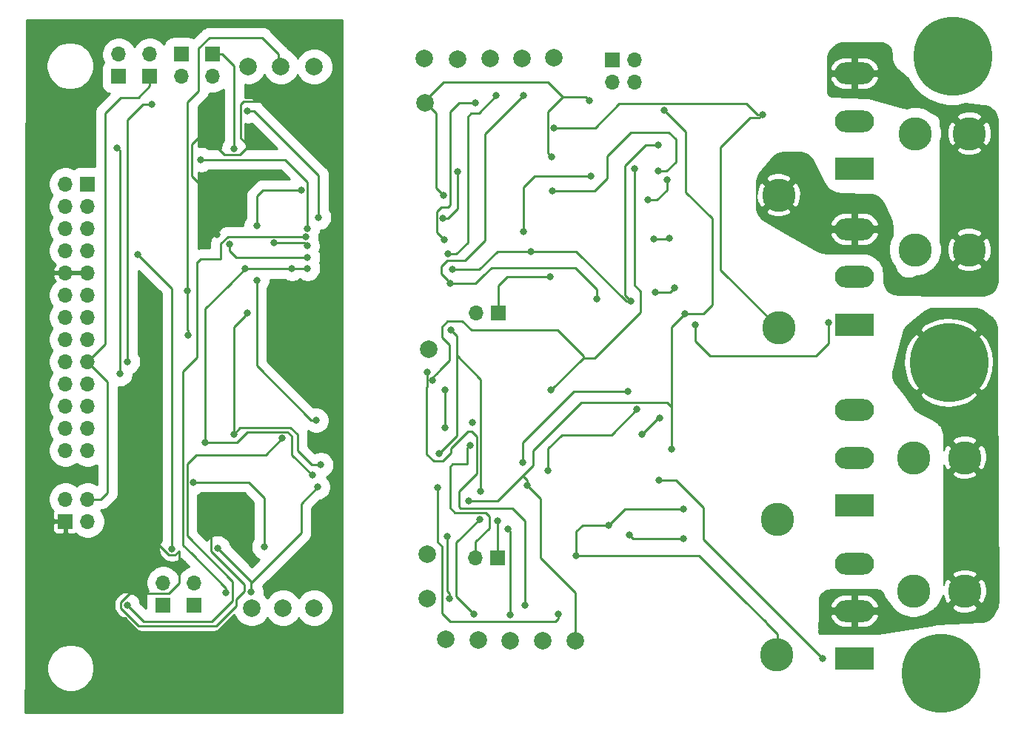
<source format=gbr>
G04 #@! TF.GenerationSoftware,KiCad,Pcbnew,(5.1.5)-3*
G04 #@! TF.CreationDate,2020-09-25T18:54:32-03:00*
G04 #@! TF.ProjectId,Gate_Driver_V2,47617465-5f44-4726-9976-65725f56322e,rev?*
G04 #@! TF.SameCoordinates,Original*
G04 #@! TF.FileFunction,Copper,L2,Bot*
G04 #@! TF.FilePolarity,Positive*
%FSLAX46Y46*%
G04 Gerber Fmt 4.6, Leading zero omitted, Abs format (unit mm)*
G04 Created by KiCad (PCBNEW (5.1.5)-3) date 2020-09-25 18:54:32*
%MOMM*%
%LPD*%
G04 APERTURE LIST*
%ADD10C,2.000000*%
%ADD11C,9.000000*%
%ADD12O,1.700000X1.700000*%
%ADD13R,1.700000X1.700000*%
%ADD14C,3.800000*%
%ADD15O,4.500000X2.500000*%
%ADD16R,4.500000X2.500000*%
%ADD17C,0.800000*%
%ADD18C,0.250000*%
%ADD19C,0.200000*%
%ADD20C,0.254000*%
G04 APERTURE END LIST*
D10*
X58928000Y-112014000D03*
X58674000Y-50038000D03*
X55330000Y-112050000D03*
X54880000Y-50030000D03*
X62484000Y-112014000D03*
X62484000Y-50090000D03*
X88590000Y-115810000D03*
X86200000Y-49110000D03*
D11*
X134130000Y-119540000D03*
X135480000Y-48920000D03*
D10*
X75440000Y-105850000D03*
X75170000Y-54180000D03*
X92310000Y-115780000D03*
X89880000Y-49090000D03*
X81250000Y-115650000D03*
X78890000Y-49200000D03*
X75610000Y-82420000D03*
X75440000Y-110950000D03*
X84890000Y-115740000D03*
X82580000Y-49170000D03*
X77550000Y-115570000D03*
X75100000Y-49100000D03*
D12*
X47256222Y-51156000D03*
D13*
X47256222Y-48616000D03*
D14*
X131020000Y-110130000D03*
X137420000Y-71050000D03*
X131020000Y-94820000D03*
X137420000Y-57740000D03*
D15*
X124290000Y-106940000D03*
X124290000Y-112390000D03*
D16*
X124290000Y-117840000D03*
D15*
X124290000Y-68700000D03*
X124290000Y-74150000D03*
D16*
X124290000Y-79600000D03*
D15*
X124290000Y-89380000D03*
X124290000Y-94830000D03*
D16*
X124290000Y-100280000D03*
D15*
X124290000Y-50870000D03*
X124290000Y-56320000D03*
D16*
X124290000Y-61770000D03*
D11*
X135080000Y-83970000D03*
D12*
X99090000Y-51830000D03*
X99090000Y-49290000D03*
X96550000Y-51830000D03*
D13*
X96550000Y-49290000D03*
D12*
X43688000Y-48666000D03*
D13*
X43688000Y-51206000D03*
D12*
X40132000Y-48666000D03*
D13*
X40132000Y-51206000D03*
D12*
X50886666Y-51156000D03*
D13*
X50886666Y-48616000D03*
D14*
X115610000Y-80000000D03*
X115620000Y-64790000D03*
D12*
X45212000Y-109140000D03*
D13*
X45212000Y-111680000D03*
D12*
X48768000Y-109140000D03*
D13*
X48768000Y-111680000D03*
D12*
X80900000Y-106330000D03*
D13*
X83440000Y-106330000D03*
X83520000Y-78300000D03*
D12*
X80980000Y-78300000D03*
D14*
X115390000Y-117340000D03*
X115420000Y-101900000D03*
D13*
X36576000Y-63500000D03*
D12*
X34036000Y-63500000D03*
X36576000Y-66040000D03*
X34036000Y-66040000D03*
X36576000Y-68580000D03*
X34036000Y-68580000D03*
X36576000Y-71120000D03*
X34036000Y-71120000D03*
X36576000Y-73660000D03*
X34036000Y-73660000D03*
X36576000Y-76200000D03*
X34036000Y-76200000D03*
X36576000Y-78740000D03*
X34036000Y-78740000D03*
X36576000Y-81280000D03*
X34036000Y-81280000D03*
X36576000Y-83820000D03*
X34036000Y-83820000D03*
X36576000Y-86360000D03*
X34036000Y-86360000D03*
X36576000Y-88900000D03*
X34036000Y-88900000D03*
X36576000Y-91440000D03*
X34036000Y-91440000D03*
X36576000Y-93980000D03*
X34036000Y-93980000D03*
X36576000Y-99568000D03*
X34036000Y-99568000D03*
X36576000Y-102108000D03*
D13*
X34036000Y-102108000D03*
D14*
X136890000Y-110130000D03*
X131220000Y-71050000D03*
X136890000Y-94820000D03*
X131220000Y-57740000D03*
D17*
X103670000Y-75380000D03*
X89850000Y-57080000D03*
X113720000Y-55550000D03*
X101520000Y-75900000D03*
X78050000Y-74880000D03*
X94800000Y-76680000D03*
X86380000Y-53400000D03*
X83320000Y-53380000D03*
X77745000Y-71495000D03*
X77360000Y-69900000D03*
X80930000Y-54220000D03*
X94140000Y-62630000D03*
X86400000Y-68960000D03*
X121290000Y-79340000D03*
X106020000Y-79590000D03*
X80280000Y-93380000D03*
X77980000Y-110950000D03*
X77670000Y-103830000D03*
X92450000Y-106000000D03*
X96160000Y-102560000D03*
X80570000Y-90810000D03*
X80570000Y-90810000D03*
X104700000Y-100670000D03*
X90350000Y-112740000D03*
X76560000Y-98280000D03*
X84870000Y-112820000D03*
X84630000Y-103030000D03*
X78080000Y-80230000D03*
X76775000Y-94355000D03*
X81500000Y-98680000D03*
X81400000Y-101850000D03*
X80720000Y-112730000D03*
X98310000Y-87260000D03*
X86352500Y-95327500D03*
X120630000Y-117790000D03*
X101890000Y-97390000D03*
X43030000Y-88020000D03*
X62370000Y-59450000D03*
X62738000Y-82804000D03*
X51562000Y-55880000D03*
X51360000Y-69250000D03*
X52832000Y-99314000D03*
X65130000Y-104270000D03*
X42750000Y-82190000D03*
X34420000Y-110250000D03*
X56760000Y-105020000D03*
X48665020Y-97630000D03*
X62992000Y-67310000D03*
X54864000Y-55118000D03*
X40250000Y-85240000D03*
X39942500Y-59357500D03*
X61722000Y-68580000D03*
X49530000Y-60706000D03*
X53340000Y-59436000D03*
X98710000Y-76900000D03*
X87300000Y-71210000D03*
X78260000Y-73260000D03*
X101810000Y-59060000D03*
X61670000Y-70600000D03*
X54850000Y-78300000D03*
X53280000Y-92120000D03*
X57912000Y-70242000D03*
X63240000Y-95640000D03*
X104850000Y-78320000D03*
X102510000Y-55030000D03*
X103320000Y-93880000D03*
X86810000Y-97980000D03*
X80130000Y-99780000D03*
X48020000Y-80830000D03*
X48006000Y-75692000D03*
X77210000Y-67410000D03*
X78890000Y-62100000D03*
X75380000Y-85000000D03*
X86570000Y-111730000D03*
X77460000Y-91360000D03*
X77460000Y-87060000D03*
X55250000Y-110200000D03*
X51430000Y-105160000D03*
X61722000Y-71882000D03*
X52832000Y-70358000D03*
X62870000Y-98180000D03*
X46220000Y-105240000D03*
X42290000Y-71560000D03*
X50010000Y-93090000D03*
X54600000Y-73210000D03*
X59944000Y-73152000D03*
X61722000Y-73152000D03*
X62250000Y-96850000D03*
X61000000Y-64180000D03*
X62685000Y-90545000D03*
X55890000Y-74560000D03*
X55890000Y-68240000D03*
X43942000Y-54356000D03*
X41148000Y-83820000D03*
X93930000Y-53950000D03*
X77250000Y-64820000D03*
X89590000Y-60380000D03*
X89480000Y-74120000D03*
X99090000Y-61720000D03*
X89550000Y-87080000D03*
X76030000Y-86000000D03*
X83455000Y-102095000D03*
X41090000Y-111680000D03*
X58830000Y-92590000D03*
X61543001Y-69516999D03*
X52380000Y-110310000D03*
X102800000Y-63020000D03*
X100630000Y-65350000D03*
X102020000Y-90270000D03*
X99940000Y-92170000D03*
X104725000Y-104065000D03*
X98540000Y-103630000D03*
X101300000Y-69777500D03*
X103090000Y-69690000D03*
X101780000Y-62050000D03*
X89740000Y-64300000D03*
X89240000Y-96280000D03*
X99360000Y-89290000D03*
D18*
X111909314Y-54304999D02*
X97365001Y-54304999D01*
X113720000Y-55550000D02*
X113154315Y-55550000D01*
X113154315Y-55550000D02*
X111909314Y-54304999D01*
X94590000Y-57080000D02*
X89850000Y-57080000D01*
X97365001Y-54304999D02*
X94590000Y-57080000D01*
X113320001Y-55949999D02*
X112350001Y-55949999D01*
X113720000Y-55550000D02*
X113320001Y-55949999D01*
X112350001Y-55949999D02*
X108970000Y-59330000D01*
X108970000Y-73360000D02*
X115610000Y-80000000D01*
X108970000Y-59330000D02*
X108970000Y-73360000D01*
X103150000Y-75900000D02*
X103670000Y-75380000D01*
X101520000Y-75900000D02*
X103150000Y-75900000D01*
X94800000Y-76114315D02*
X94790000Y-76104315D01*
X94800000Y-76680000D02*
X94800000Y-76114315D01*
X94790000Y-76104315D02*
X94790000Y-75520000D01*
X94790000Y-75520000D02*
X92330000Y-73060000D01*
X92330000Y-73060000D02*
X82760000Y-73060000D01*
X82760000Y-73060000D02*
X81850000Y-73970000D01*
X81850000Y-73970000D02*
X81850000Y-73980000D01*
X80950000Y-74880000D02*
X78050000Y-74880000D01*
X81850000Y-73980000D02*
X80950000Y-74880000D01*
X77650001Y-74480001D02*
X77650001Y-74460001D01*
X78050000Y-74880000D02*
X77650001Y-74480001D01*
X77650001Y-74460001D02*
X77000000Y-73810000D01*
X77000000Y-73810000D02*
X77000000Y-72910000D01*
X77000000Y-72910000D02*
X77670000Y-72240000D01*
X77670000Y-72240000D02*
X79760000Y-72240000D01*
X79760000Y-72240000D02*
X82020000Y-69980000D01*
X82020000Y-57760000D02*
X86380000Y-53400000D01*
X82020000Y-69980000D02*
X82020000Y-57760000D01*
X77745000Y-71495000D02*
X78735000Y-71495000D01*
X78735000Y-71495000D02*
X80030000Y-70200000D01*
X80030000Y-70200000D02*
X80030000Y-55810000D01*
X80030000Y-55810000D02*
X80440000Y-55400000D01*
X81300000Y-55400000D02*
X83320000Y-53380000D01*
X80440000Y-55400000D02*
X81300000Y-55400000D01*
X76950001Y-69500001D02*
X76960001Y-69500001D01*
X76960001Y-69500001D02*
X77360000Y-69900000D01*
X76470000Y-69020000D02*
X76950001Y-69500001D01*
X77023002Y-66120000D02*
X76470000Y-66673002D01*
X79010000Y-54220000D02*
X78010000Y-55220000D01*
X76470000Y-66673002D02*
X76470000Y-69020000D01*
X80930000Y-54220000D02*
X79010000Y-54220000D01*
X77770000Y-66120000D02*
X77023002Y-66120000D01*
X78010000Y-55220000D02*
X78010000Y-65880000D01*
X78010000Y-65880000D02*
X77770000Y-66120000D01*
X86400000Y-68960000D02*
X86400000Y-63910000D01*
X87680000Y-62630000D02*
X94140000Y-62630000D01*
X86400000Y-63910000D02*
X87680000Y-62630000D01*
X121290000Y-79340000D02*
X121290000Y-81720000D01*
X121290000Y-81720000D02*
X119820000Y-83190000D01*
X119820000Y-83190000D02*
X107740000Y-83190000D01*
X106020000Y-81470000D02*
X106020000Y-79590000D01*
X107740000Y-83190000D02*
X106020000Y-81470000D01*
X92450000Y-106000000D02*
X92450000Y-103260000D01*
X93150000Y-102560000D02*
X96160000Y-102560000D01*
X92450000Y-103260000D02*
X93150000Y-102560000D01*
X98050000Y-100670000D02*
X96160000Y-102560000D01*
X104700000Y-100670000D02*
X98050000Y-100670000D01*
X130910000Y-119540000D02*
X134130000Y-119540000D01*
X115440000Y-117290000D02*
X115390000Y-117340000D01*
X115440000Y-114980000D02*
X115440000Y-117290000D01*
X114160000Y-113690000D02*
X114160000Y-113700000D01*
X109820000Y-109340000D02*
X111650000Y-111170000D01*
X106460000Y-106000000D02*
X109800000Y-109340000D01*
X92450000Y-106000000D02*
X106460000Y-106000000D01*
X114160000Y-113700000D02*
X115440000Y-114980000D01*
X109800000Y-109340000D02*
X109820000Y-109340000D01*
X111650000Y-111180000D02*
X114160000Y-113690000D01*
X111650000Y-111170000D02*
X111650000Y-111180000D01*
X80929999Y-106300001D02*
X80900000Y-106330000D01*
X77990000Y-95850000D02*
X77990000Y-100560000D01*
X78300000Y-95540000D02*
X77990000Y-95850000D01*
X79950000Y-95540000D02*
X78300000Y-95540000D01*
X79950000Y-93710000D02*
X79950000Y-95540000D01*
X77990000Y-100560000D02*
X78530009Y-101100009D01*
X80929999Y-104470001D02*
X80929999Y-106300001D01*
X78530009Y-101100009D02*
X82069991Y-101100009D01*
X82069991Y-101100009D02*
X82500000Y-101530018D01*
X82500000Y-102900000D02*
X80929999Y-104470001D01*
X80280000Y-93380000D02*
X79950000Y-93710000D01*
X82500000Y-101530018D02*
X82500000Y-102900000D01*
X77670000Y-103830000D02*
X77670000Y-110074315D01*
X77980000Y-110384315D02*
X77980000Y-110950000D01*
X77670000Y-110074315D02*
X77980000Y-110384315D01*
X76560000Y-98280000D02*
X76560000Y-98230000D01*
X76560000Y-104430000D02*
X76560000Y-98280000D01*
X77130000Y-105000000D02*
X76560000Y-104430000D01*
X90350000Y-113230000D02*
X90034999Y-113545001D01*
X90034999Y-113545001D02*
X78055001Y-113545001D01*
X78055001Y-113545001D02*
X77130000Y-112620000D01*
X77130000Y-112620000D02*
X77130000Y-105000000D01*
X90350000Y-113230000D02*
X90350000Y-112740000D01*
X84870000Y-103270000D02*
X84630000Y-103030000D01*
X84870000Y-112820000D02*
X84870000Y-103270000D01*
X76775000Y-94355000D02*
X78770000Y-92360000D01*
X78770000Y-92360000D02*
X78770000Y-83120000D01*
X81500000Y-98680000D02*
X81500000Y-98680000D01*
X80720000Y-112730000D02*
X80720000Y-112730000D01*
X81500000Y-85850000D02*
X78770000Y-83120000D01*
X81500000Y-98680000D02*
X81500000Y-85850000D01*
X78770000Y-80920000D02*
X78080000Y-80230000D01*
X78770000Y-83120000D02*
X78770000Y-80920000D01*
X78700000Y-110710000D02*
X80320001Y-112330001D01*
X80320001Y-112330001D02*
X80720000Y-112730000D01*
X78700000Y-104550000D02*
X78700000Y-110710000D01*
X81400000Y-101850000D02*
X78700000Y-104550000D01*
X86352500Y-95327500D02*
X86352500Y-93097500D01*
X92190000Y-87260000D02*
X98310000Y-87260000D01*
X86352500Y-93097500D02*
X92190000Y-87260000D01*
X103870000Y-97390000D02*
X101890000Y-97390000D01*
X109650000Y-106810000D02*
X109630000Y-106810000D01*
X120630000Y-117790000D02*
X109650000Y-106810000D01*
X106980000Y-104160000D02*
X106980000Y-100500000D01*
X106980000Y-100500000D02*
X103870000Y-97390000D01*
X109630000Y-106810000D02*
X106980000Y-104160000D01*
X61970001Y-59050001D02*
X61970001Y-59020001D01*
X62370000Y-59450000D02*
X61970001Y-59050001D01*
X61970001Y-59020001D02*
X56960000Y-54010000D01*
X56960000Y-54010000D02*
X54440000Y-54010000D01*
X54440000Y-54010000D02*
X54030000Y-54420000D01*
X54030000Y-54420000D02*
X54030000Y-58210000D01*
X54030000Y-58210000D02*
X54750000Y-58930000D01*
X54750000Y-59410000D02*
X54000000Y-60160000D01*
X54750000Y-58930000D02*
X54750000Y-59410000D01*
X53688001Y-60161001D02*
X52221001Y-60161001D01*
X54000000Y-60160000D02*
X53689002Y-60160000D01*
X53689002Y-60160000D02*
X53688001Y-60161001D01*
X51562000Y-59502000D02*
X51562000Y-55880000D01*
X52221001Y-60161001D02*
X51562000Y-59502000D01*
X51162001Y-56279999D02*
X51562000Y-55880000D01*
X48456010Y-58985990D02*
X51162001Y-56279999D01*
X48456010Y-62566010D02*
X48456010Y-58985990D01*
X51310000Y-65420000D02*
X48456010Y-62566010D01*
X51320000Y-68644315D02*
X51320000Y-67380000D01*
X51360000Y-68684315D02*
X51320000Y-68644315D01*
X51360000Y-69250000D02*
X51360000Y-68684315D01*
X51310000Y-67550000D02*
X51320000Y-67380000D01*
X51320000Y-67380000D02*
X51310000Y-65420000D01*
X43030000Y-82470000D02*
X42750000Y-82190000D01*
X43030000Y-88020000D02*
X43030000Y-82470000D01*
X43030000Y-88585685D02*
X43030000Y-88020000D01*
X43030000Y-103123002D02*
X43030000Y-88585685D01*
X47039990Y-105493012D02*
X46568001Y-105965001D01*
X45875981Y-110315001D02*
X47039990Y-109150992D01*
X41381997Y-110315001D02*
X45875981Y-110315001D01*
X46568001Y-105965001D02*
X45871999Y-105965001D01*
X40364999Y-111331999D02*
X41381997Y-110315001D01*
X45871999Y-105965001D02*
X43030000Y-103123002D01*
X42407008Y-114070010D02*
X40364999Y-112028001D01*
X47039990Y-109150992D02*
X47039990Y-105493012D01*
X40364999Y-112028001D02*
X40364999Y-111331999D01*
X50704999Y-105508001D02*
X54524999Y-109328001D01*
X50704999Y-101441001D02*
X50704999Y-105508001D01*
X52832000Y-99314000D02*
X50704999Y-101441001D01*
X54524999Y-109328001D02*
X54524999Y-110067001D01*
X54524999Y-110067001D02*
X53594000Y-110998000D01*
X53594000Y-110998000D02*
X53594000Y-111760000D01*
X53594000Y-111760000D02*
X51308000Y-114046000D01*
X51308000Y-114046000D02*
X50546000Y-114046000D01*
X50546000Y-114046000D02*
X42407008Y-114070010D01*
X54980000Y-97630000D02*
X49230705Y-97630000D01*
X56760000Y-105020000D02*
X56760000Y-99410000D01*
X56760000Y-99410000D02*
X54980000Y-97630000D01*
X49230705Y-97630000D02*
X48665020Y-97630000D01*
X62992000Y-67310000D02*
X62992000Y-63879590D01*
X62992000Y-63879590D02*
X62992000Y-62484000D01*
X62992000Y-62484000D02*
X55626000Y-55118000D01*
X54864000Y-55118000D02*
X55626000Y-55118000D01*
X40250000Y-59665000D02*
X39942500Y-59357500D01*
X40250000Y-85240000D02*
X40250000Y-59665000D01*
X49530000Y-60706000D02*
X59182000Y-60706000D01*
X61722000Y-63246000D02*
X61722000Y-68580000D01*
X59182000Y-60706000D02*
X61722000Y-63246000D01*
X51986666Y-48616000D02*
X50886666Y-48616000D01*
X53340000Y-49969334D02*
X51986666Y-48616000D01*
X53340000Y-59436000D02*
X53340000Y-49969334D01*
X92454315Y-71210000D02*
X87865685Y-71210000D01*
X98144315Y-76900000D02*
X92454315Y-71210000D01*
X87865685Y-71210000D02*
X87300000Y-71210000D01*
X98710000Y-76900000D02*
X98144315Y-76900000D01*
X81360000Y-73270000D02*
X83420000Y-71210000D01*
X78835685Y-73270000D02*
X81360000Y-73270000D01*
X78260000Y-73260000D02*
X78825685Y-73260000D01*
X83420000Y-71210000D02*
X87300000Y-71210000D01*
X78825685Y-73260000D02*
X78835685Y-73270000D01*
X98710000Y-76900000D02*
X98030000Y-76220000D01*
X98030000Y-76220000D02*
X98030000Y-61706998D01*
X98030000Y-61706998D02*
X98030000Y-61390000D01*
X98030000Y-61390000D02*
X100360000Y-59060000D01*
X100360000Y-59060000D02*
X101810000Y-59060000D01*
X101810000Y-59060000D02*
X101810000Y-59060000D01*
X61312000Y-70242000D02*
X61670000Y-70600000D01*
X57912000Y-70242000D02*
X61312000Y-70242000D01*
X54450001Y-78709999D02*
X53280000Y-79880000D01*
X54450001Y-78699999D02*
X54450001Y-78709999D01*
X54850000Y-78300000D02*
X54450001Y-78699999D01*
X53280000Y-92120000D02*
X53280000Y-79880000D01*
X53990000Y-91410000D02*
X53280000Y-92120000D01*
X60560000Y-92190000D02*
X59780000Y-91410000D01*
X62180000Y-95640000D02*
X60560000Y-94020000D01*
X63240000Y-95640000D02*
X62180000Y-95640000D01*
X60560000Y-94020000D02*
X60560000Y-92190000D01*
X59780000Y-91410000D02*
X53990000Y-91410000D01*
X102510000Y-55030000D02*
X104970000Y-57490000D01*
X104970000Y-57490000D02*
X104970000Y-64460000D01*
X104970000Y-64460000D02*
X107980000Y-67470000D01*
X107980000Y-67470000D02*
X107980000Y-77320000D01*
X106980000Y-78320000D02*
X104850000Y-78320000D01*
X107980000Y-77320000D02*
X106980000Y-78320000D01*
X103320000Y-79850000D02*
X104850000Y-78320000D01*
X86810000Y-97980000D02*
X86810000Y-97370000D01*
X86810000Y-97370000D02*
X86340000Y-96900000D01*
X103330000Y-89060000D02*
X103320000Y-79850000D01*
X103320000Y-93880000D02*
X103330000Y-89060000D01*
X87520000Y-94010000D02*
X87520000Y-95720000D01*
X92980000Y-88550000D02*
X87520000Y-94010000D01*
X103330000Y-89060000D02*
X102820000Y-88550000D01*
X87520000Y-95720000D02*
X86340000Y-96900000D01*
X102820000Y-88550000D02*
X92980000Y-88550000D01*
X83460000Y-99780000D02*
X86340000Y-96900000D01*
X80130000Y-99780000D02*
X83460000Y-99780000D01*
X92310000Y-110300000D02*
X88320000Y-106310000D01*
X88320000Y-99490000D02*
X86810000Y-97980000D01*
X88320000Y-106310000D02*
X88320000Y-99490000D01*
X92310000Y-115780000D02*
X92310000Y-110300000D01*
X48006000Y-75692000D02*
X48006000Y-61156998D01*
X48006000Y-61156998D02*
X48006000Y-54610000D01*
X48006000Y-54610000D02*
X48006000Y-54102000D01*
X48006000Y-54102000D02*
X49276000Y-52832000D01*
X49276000Y-47941664D02*
X50481664Y-46736000D01*
X49276000Y-52832000D02*
X49276000Y-47941664D01*
X48010000Y-80174315D02*
X48010000Y-78710000D01*
X48006000Y-75692000D02*
X48010000Y-78710000D01*
X48010000Y-78710000D02*
X48006000Y-78740000D01*
X48020000Y-80184315D02*
X48010000Y-80174315D01*
X48020000Y-80830000D02*
X48020000Y-80184315D01*
X51590000Y-46730000D02*
X51140000Y-46730000D01*
X51140000Y-46730000D02*
X51291668Y-46736000D01*
X50481664Y-46736000D02*
X51140000Y-46730000D01*
X56526213Y-46730000D02*
X51590000Y-46730000D01*
X58420000Y-48623787D02*
X56526213Y-46730000D01*
X58420000Y-50038000D02*
X58420000Y-48623787D01*
X78890000Y-62665685D02*
X78890000Y-62100000D01*
X78890000Y-66295685D02*
X78890000Y-62665685D01*
X77775685Y-67410000D02*
X78890000Y-66295685D01*
X77210000Y-67410000D02*
X77775685Y-67410000D01*
X86570000Y-111730000D02*
X86570000Y-111730000D01*
X86570000Y-111730000D02*
X86570000Y-108800000D01*
X86560000Y-108790000D02*
X86560000Y-102090000D01*
X86570000Y-108800000D02*
X86560000Y-108790000D01*
X79020000Y-98660000D02*
X79020000Y-100450000D01*
X81049990Y-96630010D02*
X79020000Y-98660000D01*
X81049990Y-92409990D02*
X81049990Y-96630010D01*
X80480000Y-91840000D02*
X81049990Y-92409990D01*
X75380000Y-86743002D02*
X75350000Y-86773002D01*
X76170000Y-95220000D02*
X77200000Y-95220000D01*
X75380000Y-85000000D02*
X75380000Y-86743002D01*
X80040000Y-91840000D02*
X80480000Y-91840000D01*
X85130000Y-100650000D02*
X85630000Y-101150000D01*
X75350000Y-94400000D02*
X76170000Y-95220000D01*
X85630000Y-101150000D02*
X85450000Y-100980000D01*
X86560000Y-102090000D02*
X85630000Y-101150000D01*
X77200000Y-95220000D02*
X78140000Y-94280000D01*
X79220000Y-100650000D02*
X85130000Y-100650000D01*
X78140000Y-94280000D02*
X78140000Y-93740000D01*
X79020000Y-100450000D02*
X79220000Y-100650000D01*
X75350000Y-86773002D02*
X75350000Y-94400000D01*
X78140000Y-93740000D02*
X80040000Y-91840000D01*
X77460000Y-91275685D02*
X77460000Y-87060000D01*
X61722000Y-71882000D02*
X53594000Y-71882000D01*
X52832000Y-71120000D02*
X52832000Y-70358000D01*
X53594000Y-71882000D02*
X52832000Y-71120000D01*
X55250000Y-108980000D02*
X51430000Y-105160000D01*
X55250000Y-110200000D02*
X55250000Y-108980000D01*
X55250000Y-110200000D02*
X55250000Y-109150000D01*
X55250000Y-109150000D02*
X60980000Y-103420000D01*
X60980000Y-100070000D02*
X62870000Y-98180000D01*
X60980000Y-103420000D02*
X60980000Y-100070000D01*
X46220000Y-105240000D02*
X46220000Y-75490000D01*
X46220000Y-75490000D02*
X42520000Y-71790000D01*
X42520000Y-71790000D02*
X42290000Y-71560000D01*
X42290000Y-71560000D02*
X42290000Y-71560000D01*
X61722000Y-73152000D02*
X59944000Y-73152000D01*
X59886000Y-73210000D02*
X59944000Y-73152000D01*
X54600000Y-73210000D02*
X59886000Y-73210000D01*
X52800000Y-75010000D02*
X54600000Y-73210000D01*
X50010000Y-93090000D02*
X50010000Y-77800000D01*
X50010000Y-77800000D02*
X52800000Y-75010000D01*
X50010000Y-93090000D02*
X50575685Y-93090000D01*
X50575685Y-93090000D02*
X53610000Y-93090000D01*
X53610000Y-93090000D02*
X54839990Y-91860010D01*
X54839990Y-91860010D02*
X59430010Y-91860010D01*
X59430010Y-91860010D02*
X59890000Y-92320000D01*
X59890000Y-92320000D02*
X59890000Y-94490000D01*
X59890000Y-94490000D02*
X62250000Y-96850000D01*
X62250000Y-96850000D02*
X62250000Y-96850000D01*
X62119315Y-90545000D02*
X55890000Y-84315685D01*
X62685000Y-90545000D02*
X62119315Y-90545000D01*
X55890000Y-84315685D02*
X55890000Y-74560000D01*
X55890000Y-74560000D02*
X55890000Y-74560000D01*
X56610000Y-64180000D02*
X61000000Y-64180000D01*
X55890000Y-68240000D02*
X55890000Y-64900000D01*
X55890000Y-64900000D02*
X56610000Y-64180000D01*
X43942000Y-54356000D02*
X42926000Y-54356000D01*
X42926000Y-54356000D02*
X41148000Y-56134000D01*
X41148000Y-56134000D02*
X41148000Y-83820000D01*
X41148000Y-83820000D02*
X41148000Y-83820000D01*
X93530001Y-53550001D02*
X90880001Y-53550001D01*
X93930000Y-53950000D02*
X93530001Y-53550001D01*
X76410000Y-63980000D02*
X76410000Y-57660000D01*
X77250000Y-64820000D02*
X76410000Y-63980000D01*
X89190001Y-55240001D02*
X90880001Y-53550001D01*
X89190001Y-59980001D02*
X89190001Y-55240001D01*
X89590000Y-60380000D02*
X89190001Y-59980001D01*
X89480000Y-74120000D02*
X84560000Y-74120000D01*
X83520000Y-75160000D02*
X83520000Y-78300000D01*
X84560000Y-74120000D02*
X83520000Y-75160000D01*
X76410000Y-57660000D02*
X76430000Y-57640000D01*
X76410000Y-57660000D02*
X76410000Y-55420000D01*
X89180000Y-51850000D02*
X77290000Y-51850000D01*
X90880001Y-53550001D02*
X89180000Y-51850000D01*
X76430000Y-52710000D02*
X76410000Y-52710000D01*
X75170000Y-53950000D02*
X75170000Y-54180000D01*
X77290000Y-51850000D02*
X76430000Y-52710000D01*
X76410000Y-52710000D02*
X75170000Y-53950000D01*
X75180000Y-54180000D02*
X75340000Y-54340000D01*
X75170000Y-54180000D02*
X75180000Y-54180000D01*
X76410000Y-55420000D02*
X75340000Y-54340000D01*
X99090000Y-61720000D02*
X99090000Y-75040000D01*
X99090000Y-75040000D02*
X99820000Y-75770000D01*
X99820000Y-75770000D02*
X99820000Y-78150000D01*
X99820000Y-78150000D02*
X94570000Y-83400000D01*
X93230000Y-83400000D02*
X89550000Y-87080000D01*
X94570000Y-83400000D02*
X93230000Y-83400000D01*
X93230000Y-83140000D02*
X93230000Y-83400000D01*
X91010000Y-80920000D02*
X91110000Y-81010000D01*
X91110000Y-81010000D02*
X93230000Y-83140000D01*
X76030000Y-85670000D02*
X76030000Y-86000000D01*
X77720000Y-79200000D02*
X77080000Y-79840000D01*
X79420000Y-79200000D02*
X77720000Y-79200000D01*
X76490000Y-85210000D02*
X76030000Y-85670000D01*
X80460000Y-80240000D02*
X79420000Y-79200000D01*
X76935001Y-84734999D02*
X76490000Y-85180000D01*
X76935001Y-84714999D02*
X76935001Y-84734999D01*
X77980000Y-83670000D02*
X76935001Y-84714999D01*
X76490000Y-85180000D02*
X76490000Y-85210000D01*
X91110000Y-81010000D02*
X90340000Y-80240000D01*
X90340000Y-80240000D02*
X80460000Y-80240000D01*
X77080000Y-79840000D02*
X77080000Y-81020000D01*
X77980000Y-81870000D02*
X77980000Y-83670000D01*
X77930000Y-81870000D02*
X77080000Y-81020000D01*
X83440000Y-102110000D02*
X83455000Y-102095000D01*
X83440000Y-106330000D02*
X83440000Y-102110000D01*
X53143989Y-108993989D02*
X53143989Y-111194011D01*
X56940000Y-94480000D02*
X48980000Y-94480000D01*
X58830000Y-92590000D02*
X56940000Y-94480000D01*
X48980000Y-94480000D02*
X47940010Y-95519990D01*
X47940010Y-95519990D02*
X47940010Y-103790010D01*
X41489999Y-112079999D02*
X41090000Y-111680000D01*
X50800000Y-113538000D02*
X42948000Y-113538000D01*
X53143989Y-111194011D02*
X50800000Y-113538000D01*
X42948000Y-113538000D02*
X41489999Y-112079999D01*
X47940010Y-103790010D02*
X53143989Y-108993989D01*
X61543001Y-69516999D02*
X61543001Y-69516999D01*
X47490000Y-84920000D02*
X49080000Y-83330000D01*
X52380000Y-109744315D02*
X48460000Y-105824315D01*
X52380000Y-110310000D02*
X52380000Y-109744315D01*
X48460000Y-105820000D02*
X47490000Y-104850000D01*
X47490000Y-104850000D02*
X47490000Y-84920000D01*
X48460000Y-105824315D02*
X48460000Y-105820000D01*
X49080000Y-72560000D02*
X49080000Y-72550000D01*
X49080000Y-72560000D02*
X49080000Y-72430000D01*
X49080000Y-83330000D02*
X49080000Y-72560000D01*
X49080000Y-72550000D02*
X49530000Y-72100000D01*
X49530000Y-72100000D02*
X51770000Y-72100000D01*
X52606998Y-69510000D02*
X55170000Y-69510000D01*
X51770000Y-70346998D02*
X52606998Y-69510000D01*
X51770000Y-72100000D02*
X51770000Y-70346998D01*
X55170000Y-69510000D02*
X61543001Y-69516999D01*
X38862000Y-98806000D02*
X38862000Y-86106000D01*
X36576000Y-99568000D02*
X38100000Y-99568000D01*
X38862000Y-86106000D02*
X36576000Y-83820000D01*
X38100000Y-99568000D02*
X38862000Y-98806000D01*
X43688000Y-52306000D02*
X43688000Y-51206000D01*
X36576000Y-83820000D02*
X38608000Y-81788000D01*
X38608000Y-81788000D02*
X38608000Y-55372000D01*
X38608000Y-55372000D02*
X40386000Y-53594000D01*
X40386000Y-53594000D02*
X42400000Y-53594000D01*
X42400000Y-53594000D02*
X43688000Y-52306000D01*
X102800000Y-63020000D02*
X102800000Y-64170000D01*
X101620000Y-65350000D02*
X100630000Y-65350000D01*
X102800000Y-64170000D02*
X101620000Y-65350000D01*
X101840000Y-90270000D02*
X102020000Y-90270000D01*
X99940000Y-92170000D02*
X101840000Y-90270000D01*
X98975000Y-104065000D02*
X98540000Y-103630000D01*
X104725000Y-104065000D02*
X98975000Y-104065000D01*
X103002500Y-69777500D02*
X103090000Y-69690000D01*
X101300000Y-69777500D02*
X103002500Y-69777500D01*
X101780000Y-62050000D02*
X102780000Y-62050000D01*
X102780000Y-62050000D02*
X103820000Y-61010000D01*
X103820000Y-61010000D02*
X103820000Y-58390000D01*
X103820000Y-58390000D02*
X103000000Y-57570000D01*
X103000000Y-57570000D02*
X98700000Y-57570000D01*
X98700000Y-57570000D02*
X95990000Y-60280000D01*
X95990000Y-60280000D02*
X95990000Y-62820000D01*
X94510000Y-64300000D02*
X89740000Y-64300000D01*
X95990000Y-62820000D02*
X94510000Y-64300000D01*
X89240000Y-96280000D02*
X89240000Y-93800000D01*
X96450000Y-92200000D02*
X99360000Y-89290000D01*
X90840000Y-92200000D02*
X96450000Y-92200000D01*
X89240000Y-93800000D02*
X90840000Y-92200000D01*
D19*
G36*
X138216858Y-77743755D02*
G01*
X138507041Y-77813509D01*
X138782724Y-77927854D01*
X139040464Y-78086031D01*
X139815235Y-78649831D01*
X140013754Y-78815804D01*
X140185943Y-79004412D01*
X140331279Y-79214410D01*
X140447136Y-79442006D01*
X140531420Y-79683083D01*
X140582608Y-79933289D01*
X140600000Y-80191464D01*
X140600000Y-85834882D01*
X140600029Y-85845656D01*
X140600030Y-85845926D01*
X140737299Y-111328879D01*
X140713599Y-111640539D01*
X140640732Y-111940292D01*
X140518712Y-112228066D01*
X140253135Y-112735318D01*
X140111394Y-112963101D01*
X139939902Y-113164546D01*
X139740478Y-113338371D01*
X139517506Y-113480755D01*
X139275917Y-113588547D01*
X139021025Y-113659380D01*
X138754743Y-113692144D01*
X133718812Y-113934645D01*
X133713148Y-113935079D01*
X133666422Y-113940000D01*
X133578448Y-113940000D01*
X133471411Y-113961291D01*
X127079375Y-115004303D01*
X126762479Y-115029752D01*
X120400658Y-115020356D01*
X120335600Y-115008240D01*
X120287098Y-114978546D01*
X120252407Y-114933491D01*
X120233424Y-114870085D01*
X120220057Y-114747108D01*
X120234364Y-114586580D01*
X120258979Y-114415654D01*
X120260000Y-114401400D01*
X120260000Y-114365000D01*
X120258079Y-114345491D01*
X120252388Y-114326732D01*
X120247478Y-114316547D01*
X120244343Y-114310887D01*
X120233209Y-114294752D01*
X120231141Y-114292745D01*
X120237761Y-112971880D01*
X121533891Y-112971880D01*
X121585109Y-113168363D01*
X121769719Y-113486015D01*
X122012753Y-113761547D01*
X122304871Y-113984372D01*
X122634847Y-114145926D01*
X122990000Y-114240000D01*
X123990000Y-114240000D01*
X123990000Y-112690000D01*
X124590000Y-112690000D01*
X124590000Y-114240000D01*
X125590000Y-114240000D01*
X125945153Y-114145926D01*
X126275129Y-113984372D01*
X126567247Y-113761547D01*
X126810281Y-113486015D01*
X126994891Y-113168363D01*
X127046109Y-112971880D01*
X126963320Y-112690000D01*
X124590000Y-112690000D01*
X123990000Y-112690000D01*
X121616680Y-112690000D01*
X121533891Y-112971880D01*
X120237761Y-112971880D01*
X120243594Y-111808120D01*
X121533891Y-111808120D01*
X121616680Y-112090000D01*
X123990000Y-112090000D01*
X123990000Y-110540000D01*
X124590000Y-110540000D01*
X124590000Y-112090000D01*
X126963320Y-112090000D01*
X127046109Y-111808120D01*
X126994891Y-111611637D01*
X126810281Y-111293985D01*
X126567247Y-111018453D01*
X126275129Y-110795628D01*
X125945153Y-110634074D01*
X125590000Y-110540000D01*
X124590000Y-110540000D01*
X123990000Y-110540000D01*
X122990000Y-110540000D01*
X122634847Y-110634074D01*
X122304871Y-110795628D01*
X122012753Y-111018453D01*
X121769719Y-111293985D01*
X121585109Y-111611637D01*
X121533891Y-111808120D01*
X120243594Y-111808120D01*
X120247137Y-111101342D01*
X120266471Y-110907400D01*
X120320495Y-110725070D01*
X120407758Y-110556117D01*
X120525168Y-110406527D01*
X120669180Y-110281069D01*
X120889159Y-110147853D01*
X121127895Y-110050015D01*
X121378899Y-109990354D01*
X121640024Y-109970000D01*
X126887443Y-109970000D01*
X127052554Y-109988934D01*
X127203677Y-110042823D01*
X127338669Y-110129516D01*
X127450538Y-110244526D01*
X127536441Y-110386797D01*
X127653056Y-110641723D01*
X127655594Y-110646875D01*
X127762958Y-110849883D01*
X127768900Y-110859709D01*
X127898828Y-111049070D01*
X127902213Y-111053710D01*
X128503854Y-111830830D01*
X128508426Y-111836320D01*
X128680365Y-112028346D01*
X128689748Y-112042389D01*
X129107611Y-112460252D01*
X129598967Y-112788566D01*
X130144932Y-113014712D01*
X130724526Y-113130000D01*
X131315474Y-113130000D01*
X131895068Y-113014712D01*
X132441033Y-112788566D01*
X132915006Y-112471867D01*
X133026372Y-112417479D01*
X133032669Y-112414120D01*
X133279420Y-112270972D01*
X133291216Y-112262953D01*
X133515092Y-112086157D01*
X133525627Y-112076542D01*
X133599400Y-111998861D01*
X135445403Y-111998861D01*
X135666700Y-112324120D01*
X136118257Y-112520615D01*
X136599471Y-112625240D01*
X137091851Y-112633974D01*
X137576473Y-112546482D01*
X138034715Y-112366126D01*
X138113300Y-112324120D01*
X138334597Y-111998861D01*
X136890000Y-110554264D01*
X135445403Y-111998861D01*
X133599400Y-111998861D01*
X133722072Y-111869693D01*
X133731131Y-111858676D01*
X133896150Y-111625982D01*
X133900068Y-111620017D01*
X134186057Y-111148785D01*
X134189385Y-111142857D01*
X134314290Y-110901449D01*
X134319701Y-110888981D01*
X134410719Y-110632868D01*
X134414389Y-110619783D01*
X134427045Y-110559055D01*
X134473518Y-110816473D01*
X134653874Y-111274715D01*
X134695880Y-111353300D01*
X135021139Y-111574597D01*
X136465736Y-110130000D01*
X137314264Y-110130000D01*
X138758861Y-111574597D01*
X139084120Y-111353300D01*
X139280615Y-110901743D01*
X139385240Y-110420529D01*
X139393974Y-109928149D01*
X139306482Y-109443527D01*
X139126126Y-108985285D01*
X139084120Y-108906700D01*
X138758861Y-108685403D01*
X137314264Y-110130000D01*
X136465736Y-110130000D01*
X135021139Y-108685403D01*
X134695880Y-108906700D01*
X134499385Y-109358257D01*
X134491772Y-109393272D01*
X134493406Y-108261139D01*
X135445403Y-108261139D01*
X136890000Y-109705736D01*
X138334597Y-108261139D01*
X138113300Y-107935880D01*
X137661743Y-107739385D01*
X137180529Y-107634760D01*
X136688149Y-107626026D01*
X136203527Y-107713518D01*
X135745285Y-107893874D01*
X135666700Y-107935880D01*
X135445403Y-108261139D01*
X134493406Y-108261139D01*
X134509994Y-96774096D01*
X134510019Y-96766588D01*
X134510020Y-96766588D01*
X134510439Y-96688861D01*
X135445403Y-96688861D01*
X135666700Y-97014120D01*
X136118257Y-97210615D01*
X136599471Y-97315240D01*
X137091851Y-97323974D01*
X137576473Y-97236482D01*
X138034715Y-97056126D01*
X138113300Y-97014120D01*
X138334597Y-96688861D01*
X136890000Y-95244264D01*
X135445403Y-96688861D01*
X134510439Y-96688861D01*
X134516234Y-95615003D01*
X134653874Y-95964715D01*
X134695880Y-96043300D01*
X135021139Y-96264597D01*
X136465736Y-94820000D01*
X137314264Y-94820000D01*
X138758861Y-96264597D01*
X139084120Y-96043300D01*
X139280615Y-95591743D01*
X139385240Y-95110529D01*
X139393974Y-94618149D01*
X139306482Y-94133527D01*
X139126126Y-93675285D01*
X139084120Y-93596700D01*
X138758861Y-93375403D01*
X137314264Y-94820000D01*
X136465736Y-94820000D01*
X135021139Y-93375403D01*
X134695880Y-93596700D01*
X134525005Y-93989380D01*
X134530607Y-92951139D01*
X135445403Y-92951139D01*
X136890000Y-94395736D01*
X138334597Y-92951139D01*
X138113300Y-92625880D01*
X137661743Y-92429385D01*
X137180529Y-92324760D01*
X136688149Y-92316026D01*
X136203527Y-92403518D01*
X135745285Y-92583874D01*
X135666700Y-92625880D01*
X135445403Y-92951139D01*
X134530607Y-92951139D01*
X134533178Y-92474709D01*
X134532967Y-92467667D01*
X134514657Y-92186654D01*
X134512755Y-92172703D01*
X134455157Y-91897047D01*
X134451314Y-91883501D01*
X134355570Y-91618668D01*
X134349862Y-91605796D01*
X134217869Y-91357036D01*
X134210410Y-91345094D01*
X134044787Y-91117339D01*
X134035725Y-91106562D01*
X133839753Y-90904327D01*
X133829267Y-90894930D01*
X133606834Y-90722225D01*
X133595132Y-90714395D01*
X133350646Y-90574644D01*
X133344411Y-90571365D01*
X131932744Y-89891498D01*
X131669974Y-89738270D01*
X131437710Y-89548087D01*
X131235662Y-89320713D01*
X130005224Y-87693358D01*
X131780906Y-87693358D01*
X132315661Y-88285176D01*
X133210627Y-88741557D01*
X134177431Y-89014570D01*
X135178921Y-89093722D01*
X136176608Y-88975972D01*
X137132154Y-88665847D01*
X137844339Y-88285176D01*
X138379094Y-87693358D01*
X135080000Y-84394264D01*
X131780906Y-87693358D01*
X130005224Y-87693358D01*
X129024695Y-86396530D01*
X128866418Y-86150291D01*
X128748863Y-85886381D01*
X128672686Y-85607701D01*
X128639649Y-85320691D01*
X128650516Y-85031991D01*
X128705755Y-84744531D01*
X128889800Y-84068921D01*
X129956278Y-84068921D01*
X130074028Y-85066608D01*
X130384153Y-86022154D01*
X130764824Y-86734339D01*
X131356642Y-87269094D01*
X134655736Y-83970000D01*
X135504264Y-83970000D01*
X138803358Y-87269094D01*
X139395176Y-86734339D01*
X139851557Y-85839373D01*
X140124570Y-84872569D01*
X140203722Y-83871079D01*
X140085972Y-82873392D01*
X139775847Y-81917846D01*
X139395176Y-81205661D01*
X138803358Y-80670906D01*
X135504264Y-83970000D01*
X134655736Y-83970000D01*
X131356642Y-80670906D01*
X130764824Y-81205661D01*
X130308443Y-82100627D01*
X130035430Y-83067431D01*
X129956278Y-84068921D01*
X128889800Y-84068921D01*
X129850469Y-80542417D01*
X129930735Y-80308304D01*
X129961204Y-80246642D01*
X131780906Y-80246642D01*
X135080000Y-83545736D01*
X138379094Y-80246642D01*
X137844339Y-79654824D01*
X136949373Y-79198443D01*
X135982569Y-78925430D01*
X134981079Y-78846278D01*
X133983392Y-78964028D01*
X133027846Y-79274153D01*
X132315661Y-79654824D01*
X131780906Y-80246642D01*
X129961204Y-80246642D01*
X130038948Y-80089312D01*
X130174362Y-79886023D01*
X130334740Y-79701787D01*
X130519837Y-79537518D01*
X132336936Y-78122822D01*
X132547631Y-77980104D01*
X132772349Y-77867910D01*
X133009896Y-77786341D01*
X133256135Y-77736822D01*
X133510055Y-77720000D01*
X137915390Y-77720000D01*
X138216858Y-77743755D01*
G37*
X138216858Y-77743755D02*
X138507041Y-77813509D01*
X138782724Y-77927854D01*
X139040464Y-78086031D01*
X139815235Y-78649831D01*
X140013754Y-78815804D01*
X140185943Y-79004412D01*
X140331279Y-79214410D01*
X140447136Y-79442006D01*
X140531420Y-79683083D01*
X140582608Y-79933289D01*
X140600000Y-80191464D01*
X140600000Y-85834882D01*
X140600029Y-85845656D01*
X140600030Y-85845926D01*
X140737299Y-111328879D01*
X140713599Y-111640539D01*
X140640732Y-111940292D01*
X140518712Y-112228066D01*
X140253135Y-112735318D01*
X140111394Y-112963101D01*
X139939902Y-113164546D01*
X139740478Y-113338371D01*
X139517506Y-113480755D01*
X139275917Y-113588547D01*
X139021025Y-113659380D01*
X138754743Y-113692144D01*
X133718812Y-113934645D01*
X133713148Y-113935079D01*
X133666422Y-113940000D01*
X133578448Y-113940000D01*
X133471411Y-113961291D01*
X127079375Y-115004303D01*
X126762479Y-115029752D01*
X120400658Y-115020356D01*
X120335600Y-115008240D01*
X120287098Y-114978546D01*
X120252407Y-114933491D01*
X120233424Y-114870085D01*
X120220057Y-114747108D01*
X120234364Y-114586580D01*
X120258979Y-114415654D01*
X120260000Y-114401400D01*
X120260000Y-114365000D01*
X120258079Y-114345491D01*
X120252388Y-114326732D01*
X120247478Y-114316547D01*
X120244343Y-114310887D01*
X120233209Y-114294752D01*
X120231141Y-114292745D01*
X120237761Y-112971880D01*
X121533891Y-112971880D01*
X121585109Y-113168363D01*
X121769719Y-113486015D01*
X122012753Y-113761547D01*
X122304871Y-113984372D01*
X122634847Y-114145926D01*
X122990000Y-114240000D01*
X123990000Y-114240000D01*
X123990000Y-112690000D01*
X124590000Y-112690000D01*
X124590000Y-114240000D01*
X125590000Y-114240000D01*
X125945153Y-114145926D01*
X126275129Y-113984372D01*
X126567247Y-113761547D01*
X126810281Y-113486015D01*
X126994891Y-113168363D01*
X127046109Y-112971880D01*
X126963320Y-112690000D01*
X124590000Y-112690000D01*
X123990000Y-112690000D01*
X121616680Y-112690000D01*
X121533891Y-112971880D01*
X120237761Y-112971880D01*
X120243594Y-111808120D01*
X121533891Y-111808120D01*
X121616680Y-112090000D01*
X123990000Y-112090000D01*
X123990000Y-110540000D01*
X124590000Y-110540000D01*
X124590000Y-112090000D01*
X126963320Y-112090000D01*
X127046109Y-111808120D01*
X126994891Y-111611637D01*
X126810281Y-111293985D01*
X126567247Y-111018453D01*
X126275129Y-110795628D01*
X125945153Y-110634074D01*
X125590000Y-110540000D01*
X124590000Y-110540000D01*
X123990000Y-110540000D01*
X122990000Y-110540000D01*
X122634847Y-110634074D01*
X122304871Y-110795628D01*
X122012753Y-111018453D01*
X121769719Y-111293985D01*
X121585109Y-111611637D01*
X121533891Y-111808120D01*
X120243594Y-111808120D01*
X120247137Y-111101342D01*
X120266471Y-110907400D01*
X120320495Y-110725070D01*
X120407758Y-110556117D01*
X120525168Y-110406527D01*
X120669180Y-110281069D01*
X120889159Y-110147853D01*
X121127895Y-110050015D01*
X121378899Y-109990354D01*
X121640024Y-109970000D01*
X126887443Y-109970000D01*
X127052554Y-109988934D01*
X127203677Y-110042823D01*
X127338669Y-110129516D01*
X127450538Y-110244526D01*
X127536441Y-110386797D01*
X127653056Y-110641723D01*
X127655594Y-110646875D01*
X127762958Y-110849883D01*
X127768900Y-110859709D01*
X127898828Y-111049070D01*
X127902213Y-111053710D01*
X128503854Y-111830830D01*
X128508426Y-111836320D01*
X128680365Y-112028346D01*
X128689748Y-112042389D01*
X129107611Y-112460252D01*
X129598967Y-112788566D01*
X130144932Y-113014712D01*
X130724526Y-113130000D01*
X131315474Y-113130000D01*
X131895068Y-113014712D01*
X132441033Y-112788566D01*
X132915006Y-112471867D01*
X133026372Y-112417479D01*
X133032669Y-112414120D01*
X133279420Y-112270972D01*
X133291216Y-112262953D01*
X133515092Y-112086157D01*
X133525627Y-112076542D01*
X133599400Y-111998861D01*
X135445403Y-111998861D01*
X135666700Y-112324120D01*
X136118257Y-112520615D01*
X136599471Y-112625240D01*
X137091851Y-112633974D01*
X137576473Y-112546482D01*
X138034715Y-112366126D01*
X138113300Y-112324120D01*
X138334597Y-111998861D01*
X136890000Y-110554264D01*
X135445403Y-111998861D01*
X133599400Y-111998861D01*
X133722072Y-111869693D01*
X133731131Y-111858676D01*
X133896150Y-111625982D01*
X133900068Y-111620017D01*
X134186057Y-111148785D01*
X134189385Y-111142857D01*
X134314290Y-110901449D01*
X134319701Y-110888981D01*
X134410719Y-110632868D01*
X134414389Y-110619783D01*
X134427045Y-110559055D01*
X134473518Y-110816473D01*
X134653874Y-111274715D01*
X134695880Y-111353300D01*
X135021139Y-111574597D01*
X136465736Y-110130000D01*
X137314264Y-110130000D01*
X138758861Y-111574597D01*
X139084120Y-111353300D01*
X139280615Y-110901743D01*
X139385240Y-110420529D01*
X139393974Y-109928149D01*
X139306482Y-109443527D01*
X139126126Y-108985285D01*
X139084120Y-108906700D01*
X138758861Y-108685403D01*
X137314264Y-110130000D01*
X136465736Y-110130000D01*
X135021139Y-108685403D01*
X134695880Y-108906700D01*
X134499385Y-109358257D01*
X134491772Y-109393272D01*
X134493406Y-108261139D01*
X135445403Y-108261139D01*
X136890000Y-109705736D01*
X138334597Y-108261139D01*
X138113300Y-107935880D01*
X137661743Y-107739385D01*
X137180529Y-107634760D01*
X136688149Y-107626026D01*
X136203527Y-107713518D01*
X135745285Y-107893874D01*
X135666700Y-107935880D01*
X135445403Y-108261139D01*
X134493406Y-108261139D01*
X134509994Y-96774096D01*
X134510019Y-96766588D01*
X134510020Y-96766588D01*
X134510439Y-96688861D01*
X135445403Y-96688861D01*
X135666700Y-97014120D01*
X136118257Y-97210615D01*
X136599471Y-97315240D01*
X137091851Y-97323974D01*
X137576473Y-97236482D01*
X138034715Y-97056126D01*
X138113300Y-97014120D01*
X138334597Y-96688861D01*
X136890000Y-95244264D01*
X135445403Y-96688861D01*
X134510439Y-96688861D01*
X134516234Y-95615003D01*
X134653874Y-95964715D01*
X134695880Y-96043300D01*
X135021139Y-96264597D01*
X136465736Y-94820000D01*
X137314264Y-94820000D01*
X138758861Y-96264597D01*
X139084120Y-96043300D01*
X139280615Y-95591743D01*
X139385240Y-95110529D01*
X139393974Y-94618149D01*
X139306482Y-94133527D01*
X139126126Y-93675285D01*
X139084120Y-93596700D01*
X138758861Y-93375403D01*
X137314264Y-94820000D01*
X136465736Y-94820000D01*
X135021139Y-93375403D01*
X134695880Y-93596700D01*
X134525005Y-93989380D01*
X134530607Y-92951139D01*
X135445403Y-92951139D01*
X136890000Y-94395736D01*
X138334597Y-92951139D01*
X138113300Y-92625880D01*
X137661743Y-92429385D01*
X137180529Y-92324760D01*
X136688149Y-92316026D01*
X136203527Y-92403518D01*
X135745285Y-92583874D01*
X135666700Y-92625880D01*
X135445403Y-92951139D01*
X134530607Y-92951139D01*
X134533178Y-92474709D01*
X134532967Y-92467667D01*
X134514657Y-92186654D01*
X134512755Y-92172703D01*
X134455157Y-91897047D01*
X134451314Y-91883501D01*
X134355570Y-91618668D01*
X134349862Y-91605796D01*
X134217869Y-91357036D01*
X134210410Y-91345094D01*
X134044787Y-91117339D01*
X134035725Y-91106562D01*
X133839753Y-90904327D01*
X133829267Y-90894930D01*
X133606834Y-90722225D01*
X133595132Y-90714395D01*
X133350646Y-90574644D01*
X133344411Y-90571365D01*
X131932744Y-89891498D01*
X131669974Y-89738270D01*
X131437710Y-89548087D01*
X131235662Y-89320713D01*
X130005224Y-87693358D01*
X131780906Y-87693358D01*
X132315661Y-88285176D01*
X133210627Y-88741557D01*
X134177431Y-89014570D01*
X135178921Y-89093722D01*
X136176608Y-88975972D01*
X137132154Y-88665847D01*
X137844339Y-88285176D01*
X138379094Y-87693358D01*
X135080000Y-84394264D01*
X131780906Y-87693358D01*
X130005224Y-87693358D01*
X129024695Y-86396530D01*
X128866418Y-86150291D01*
X128748863Y-85886381D01*
X128672686Y-85607701D01*
X128639649Y-85320691D01*
X128650516Y-85031991D01*
X128705755Y-84744531D01*
X128889800Y-84068921D01*
X129956278Y-84068921D01*
X130074028Y-85066608D01*
X130384153Y-86022154D01*
X130764824Y-86734339D01*
X131356642Y-87269094D01*
X134655736Y-83970000D01*
X135504264Y-83970000D01*
X138803358Y-87269094D01*
X139395176Y-86734339D01*
X139851557Y-85839373D01*
X140124570Y-84872569D01*
X140203722Y-83871079D01*
X140085972Y-82873392D01*
X139775847Y-81917846D01*
X139395176Y-81205661D01*
X138803358Y-80670906D01*
X135504264Y-83970000D01*
X134655736Y-83970000D01*
X131356642Y-80670906D01*
X130764824Y-81205661D01*
X130308443Y-82100627D01*
X130035430Y-83067431D01*
X129956278Y-84068921D01*
X128889800Y-84068921D01*
X129850469Y-80542417D01*
X129930735Y-80308304D01*
X129961204Y-80246642D01*
X131780906Y-80246642D01*
X135080000Y-83545736D01*
X138379094Y-80246642D01*
X137844339Y-79654824D01*
X136949373Y-79198443D01*
X135982569Y-78925430D01*
X134981079Y-78846278D01*
X133983392Y-78964028D01*
X133027846Y-79274153D01*
X132315661Y-79654824D01*
X131780906Y-80246642D01*
X129961204Y-80246642D01*
X130038948Y-80089312D01*
X130174362Y-79886023D01*
X130334740Y-79701787D01*
X130519837Y-79537518D01*
X132336936Y-78122822D01*
X132547631Y-77980104D01*
X132772349Y-77867910D01*
X133009896Y-77786341D01*
X133256135Y-77736822D01*
X133510055Y-77720000D01*
X137915390Y-77720000D01*
X138216858Y-77743755D01*
G36*
X127533462Y-47388487D02*
G01*
X127735760Y-47442274D01*
X127925761Y-47530129D01*
X128097777Y-47649425D01*
X128246650Y-47796585D01*
X128367928Y-47967205D01*
X128457978Y-48156175D01*
X128514106Y-48357840D01*
X128535057Y-48570493D01*
X128539318Y-48938309D01*
X128539661Y-48945505D01*
X128563719Y-49232475D01*
X128565951Y-49246700D01*
X128630972Y-49527241D01*
X128635225Y-49540998D01*
X128739863Y-49809292D01*
X128746047Y-49822295D01*
X128888131Y-50072780D01*
X128896118Y-50084760D01*
X129072702Y-50312243D01*
X129082327Y-50322952D01*
X129289750Y-50522717D01*
X129295116Y-50527524D01*
X130500289Y-51531421D01*
X130517344Y-51572595D01*
X131130196Y-52489792D01*
X131910208Y-53269804D01*
X132827405Y-53882656D01*
X133846540Y-54304795D01*
X134928448Y-54520000D01*
X136031552Y-54520000D01*
X136957465Y-54335824D01*
X138998932Y-54533835D01*
X139278389Y-54581927D01*
X139544241Y-54669402D01*
X139794354Y-54794986D01*
X140023305Y-54955955D01*
X140226121Y-55148817D01*
X140398398Y-55369380D01*
X140536403Y-55612867D01*
X140637132Y-55873978D01*
X140698408Y-56147063D01*
X140719166Y-56429878D01*
X140710917Y-74447302D01*
X140691211Y-74721146D01*
X140633507Y-74985900D01*
X140538721Y-75239760D01*
X140408782Y-75477546D01*
X140246336Y-75694427D01*
X140054685Y-75885990D01*
X139837730Y-76048337D01*
X139599884Y-76178166D01*
X139345980Y-76272837D01*
X139081198Y-76330420D01*
X138807350Y-76350000D01*
X134808773Y-76350000D01*
X134805836Y-76350043D01*
X134688392Y-76353494D01*
X134685456Y-76353624D01*
X134661300Y-76355045D01*
X134495548Y-76357571D01*
X129241002Y-76208927D01*
X128980912Y-76181372D01*
X128731888Y-76115101D01*
X128496048Y-76011296D01*
X128278983Y-75872416D01*
X128085893Y-75701790D01*
X127921366Y-75503472D01*
X127789324Y-75282188D01*
X127692917Y-75043216D01*
X127634446Y-74792265D01*
X127615011Y-74531425D01*
X127615048Y-74518787D01*
X127651370Y-74150000D01*
X127617125Y-73802304D01*
X127617358Y-73721918D01*
X127617124Y-73714795D01*
X127597658Y-73430583D01*
X127595675Y-73416478D01*
X127536027Y-73137913D01*
X127532061Y-73124233D01*
X127433441Y-72856970D01*
X127427570Y-72843991D01*
X127291977Y-72593450D01*
X127284323Y-72581438D01*
X127114510Y-72352704D01*
X127105226Y-72341901D01*
X126904638Y-72139614D01*
X126899443Y-72134736D01*
X126721171Y-71978904D01*
X126715598Y-71974374D01*
X126486447Y-71801434D01*
X126474398Y-71793632D01*
X126222847Y-71655282D01*
X126209806Y-71649285D01*
X125941038Y-71548375D01*
X125927271Y-71544307D01*
X125646824Y-71482918D01*
X125632618Y-71480863D01*
X125346272Y-71460258D01*
X125339095Y-71460000D01*
X121065351Y-71460000D01*
X120820234Y-71444329D01*
X120582252Y-71398182D01*
X120352073Y-71322101D01*
X120130577Y-71215947D01*
X116679091Y-69281880D01*
X121533891Y-69281880D01*
X121585109Y-69478363D01*
X121769719Y-69796015D01*
X122012753Y-70071547D01*
X122304871Y-70294372D01*
X122634847Y-70455926D01*
X122990000Y-70550000D01*
X123990000Y-70550000D01*
X123990000Y-69000000D01*
X124590000Y-69000000D01*
X124590000Y-70550000D01*
X125590000Y-70550000D01*
X125945153Y-70455926D01*
X126275129Y-70294372D01*
X126567247Y-70071547D01*
X126810281Y-69796015D01*
X126994891Y-69478363D01*
X127046109Y-69281880D01*
X126963320Y-69000000D01*
X124590000Y-69000000D01*
X123990000Y-69000000D01*
X121616680Y-69000000D01*
X121533891Y-69281880D01*
X116679091Y-69281880D01*
X114602275Y-68118120D01*
X121533891Y-68118120D01*
X121616680Y-68400000D01*
X123990000Y-68400000D01*
X123990000Y-66850000D01*
X124590000Y-66850000D01*
X124590000Y-68400000D01*
X126963320Y-68400000D01*
X127046109Y-68118120D01*
X126994891Y-67921637D01*
X126810281Y-67603985D01*
X126567247Y-67328453D01*
X126275129Y-67105628D01*
X125945153Y-66944074D01*
X125590000Y-66850000D01*
X124590000Y-66850000D01*
X123990000Y-66850000D01*
X122990000Y-66850000D01*
X122634847Y-66944074D01*
X122304871Y-67105628D01*
X122012753Y-67328453D01*
X121769719Y-67603985D01*
X121585109Y-67921637D01*
X121533891Y-68118120D01*
X114602275Y-68118120D01*
X114158262Y-67869314D01*
X113907495Y-67701705D01*
X113685990Y-67496980D01*
X113475957Y-67269851D01*
X113332806Y-67089785D01*
X113219888Y-66893670D01*
X113137396Y-66682960D01*
X113131909Y-66658861D01*
X114175403Y-66658861D01*
X114396700Y-66984120D01*
X114848257Y-67180615D01*
X115329471Y-67285240D01*
X115821851Y-67293974D01*
X116306473Y-67206482D01*
X116764715Y-67026126D01*
X116843300Y-66984120D01*
X117064597Y-66658861D01*
X115620000Y-65214264D01*
X114175403Y-66658861D01*
X113131909Y-66658861D01*
X113087153Y-66462318D01*
X113070000Y-66232918D01*
X113070000Y-64991851D01*
X113116026Y-64991851D01*
X113203518Y-65476473D01*
X113383874Y-65934715D01*
X113425880Y-66013300D01*
X113751139Y-66234597D01*
X115195736Y-64790000D01*
X116044264Y-64790000D01*
X117488861Y-66234597D01*
X117814120Y-66013300D01*
X118010615Y-65561743D01*
X118115240Y-65080529D01*
X118123974Y-64588149D01*
X118036482Y-64103527D01*
X117856126Y-63645285D01*
X117814120Y-63566700D01*
X117488861Y-63345403D01*
X116044264Y-64790000D01*
X115195736Y-64790000D01*
X113751139Y-63345403D01*
X113425880Y-63566700D01*
X113229385Y-64018257D01*
X113124760Y-64499471D01*
X113116026Y-64991851D01*
X113070000Y-64991851D01*
X113070000Y-63436068D01*
X113088481Y-63169973D01*
X113141003Y-62921139D01*
X114175403Y-62921139D01*
X115620000Y-64365736D01*
X117064597Y-62921139D01*
X116843300Y-62595880D01*
X116391743Y-62399385D01*
X115910529Y-62294760D01*
X115418149Y-62286026D01*
X114933527Y-62373518D01*
X114475285Y-62553874D01*
X114396700Y-62595880D01*
X114175403Y-62921139D01*
X113141003Y-62921139D01*
X113142847Y-62912405D01*
X113232300Y-62664818D01*
X113355122Y-62431970D01*
X113510982Y-62215516D01*
X114896317Y-60548610D01*
X115093962Y-60343729D01*
X115316723Y-60172502D01*
X115562311Y-60035996D01*
X115825331Y-59937213D01*
X116100053Y-59878303D01*
X116384161Y-59860321D01*
X117911410Y-59876832D01*
X118172944Y-59897539D01*
X118425895Y-59952887D01*
X118668965Y-60042115D01*
X118897652Y-60163573D01*
X119107689Y-60314991D01*
X119295189Y-60493567D01*
X119456666Y-60695982D01*
X119590871Y-60921418D01*
X120876844Y-63460810D01*
X120880055Y-63466657D01*
X121016121Y-63695994D01*
X121023673Y-63706982D01*
X121189039Y-63916179D01*
X121197986Y-63926064D01*
X121389713Y-64111403D01*
X121399896Y-64120011D01*
X121614575Y-64278195D01*
X121625813Y-64285371D01*
X121859628Y-64413589D01*
X121871719Y-64419206D01*
X122120513Y-64515180D01*
X122133246Y-64519139D01*
X122392596Y-64581160D01*
X122405741Y-64583389D01*
X122671037Y-64610357D01*
X122677692Y-64610810D01*
X126016808Y-64726351D01*
X126285116Y-64754552D01*
X126543444Y-64819141D01*
X126790195Y-64919210D01*
X127020523Y-65052792D01*
X127229928Y-65217276D01*
X127414267Y-65409415D01*
X127569938Y-65625446D01*
X127695509Y-65864229D01*
X128475529Y-67639445D01*
X128562185Y-67878377D01*
X128615899Y-68123420D01*
X128637135Y-68376682D01*
X128656648Y-69486470D01*
X128561434Y-69628967D01*
X128335288Y-70174932D01*
X128220000Y-70754526D01*
X128220000Y-71345474D01*
X128335288Y-71925068D01*
X128561434Y-72471033D01*
X128889748Y-72962389D01*
X128923349Y-72995990D01*
X129194508Y-73572558D01*
X129198839Y-73580757D01*
X129313297Y-73775051D01*
X129324139Y-73790074D01*
X129472473Y-73959920D01*
X129485899Y-73972684D01*
X129663017Y-74112254D01*
X129678567Y-74122323D01*
X129878391Y-74226827D01*
X129895532Y-74233855D01*
X130111204Y-74299706D01*
X130129347Y-74303452D01*
X130353464Y-74328391D01*
X130371987Y-74328725D01*
X130596859Y-74311894D01*
X130615125Y-74308806D01*
X130833034Y-74250784D01*
X130841875Y-74247985D01*
X131379263Y-74050000D01*
X131515474Y-74050000D01*
X132095068Y-73934712D01*
X132641033Y-73708566D01*
X133132389Y-73380252D01*
X133362357Y-73150284D01*
X133382661Y-73133511D01*
X133392457Y-73124239D01*
X133441047Y-73071594D01*
X133550252Y-72962389D01*
X133572311Y-72929376D01*
X133575420Y-72926007D01*
X133581173Y-72918861D01*
X135975403Y-72918861D01*
X136196700Y-73244120D01*
X136648257Y-73440615D01*
X137129471Y-73545240D01*
X137621851Y-73553974D01*
X138106473Y-73466482D01*
X138564715Y-73286126D01*
X138643300Y-73244120D01*
X138864597Y-72918861D01*
X137420000Y-71474264D01*
X135975403Y-72918861D01*
X133581173Y-72918861D01*
X133583879Y-72915501D01*
X133738501Y-72694451D01*
X133745469Y-72682902D01*
X133773890Y-72627691D01*
X133878566Y-72471033D01*
X134104712Y-71925068D01*
X134220000Y-71345474D01*
X134220000Y-71251851D01*
X134916026Y-71251851D01*
X135003518Y-71736473D01*
X135183874Y-72194715D01*
X135225880Y-72273300D01*
X135551139Y-72494597D01*
X136995736Y-71050000D01*
X137844264Y-71050000D01*
X139288861Y-72494597D01*
X139614120Y-72273300D01*
X139810615Y-71821743D01*
X139915240Y-71340529D01*
X139923974Y-70848149D01*
X139836482Y-70363527D01*
X139656126Y-69905285D01*
X139614120Y-69826700D01*
X139288861Y-69605403D01*
X137844264Y-71050000D01*
X136995736Y-71050000D01*
X135551139Y-69605403D01*
X135225880Y-69826700D01*
X135029385Y-70278257D01*
X134924760Y-70759471D01*
X134916026Y-71251851D01*
X134220000Y-71251851D01*
X134220000Y-70754526D01*
X134104712Y-70174932D01*
X134048754Y-70039837D01*
X134051292Y-69181139D01*
X135975403Y-69181139D01*
X137420000Y-70625736D01*
X138864597Y-69181139D01*
X138643300Y-68855880D01*
X138191743Y-68659385D01*
X137710529Y-68554760D01*
X137218149Y-68546026D01*
X136733527Y-68633518D01*
X136275285Y-68813874D01*
X136196700Y-68855880D01*
X135975403Y-69181139D01*
X134051292Y-69181139D01*
X134079595Y-59608861D01*
X135975403Y-59608861D01*
X136196700Y-59934120D01*
X136648257Y-60130615D01*
X137129471Y-60235240D01*
X137621851Y-60243974D01*
X138106473Y-60156482D01*
X138564715Y-59976126D01*
X138643300Y-59934120D01*
X138864597Y-59608861D01*
X137420000Y-58164264D01*
X135975403Y-59608861D01*
X134079595Y-59608861D01*
X134082375Y-58668994D01*
X134104712Y-58615068D01*
X134220000Y-58035474D01*
X134220000Y-57941851D01*
X134916026Y-57941851D01*
X135003518Y-58426473D01*
X135183874Y-58884715D01*
X135225880Y-58963300D01*
X135551139Y-59184597D01*
X136995736Y-57740000D01*
X137844264Y-57740000D01*
X139288861Y-59184597D01*
X139614120Y-58963300D01*
X139810615Y-58511743D01*
X139915240Y-58030529D01*
X139923974Y-57538149D01*
X139836482Y-57053527D01*
X139656126Y-56595285D01*
X139614120Y-56516700D01*
X139288861Y-56295403D01*
X137844264Y-57740000D01*
X136995736Y-57740000D01*
X135551139Y-56295403D01*
X135225880Y-56516700D01*
X135029385Y-56968257D01*
X134924760Y-57449471D01*
X134916026Y-57941851D01*
X134220000Y-57941851D01*
X134220000Y-57444526D01*
X134104712Y-56864932D01*
X134087830Y-56824175D01*
X134088880Y-56469009D01*
X134088366Y-56458588D01*
X134070354Y-56281602D01*
X134066096Y-56261203D01*
X134011794Y-56091792D01*
X134003400Y-56072719D01*
X133915167Y-55918241D01*
X133903003Y-55901322D01*
X133876116Y-55871139D01*
X135975403Y-55871139D01*
X137420000Y-57315736D01*
X138864597Y-55871139D01*
X138643300Y-55545880D01*
X138191743Y-55349385D01*
X137710529Y-55244760D01*
X137218149Y-55236026D01*
X136733527Y-55323518D01*
X136275285Y-55503874D01*
X136196700Y-55545880D01*
X135975403Y-55871139D01*
X133876116Y-55871139D01*
X133784670Y-55768484D01*
X133770379Y-55755286D01*
X133574351Y-55606806D01*
X133559024Y-55597243D01*
X133339481Y-55486455D01*
X133322682Y-55479806D01*
X133152248Y-55429607D01*
X133132389Y-55409748D01*
X132641033Y-55081434D01*
X132095068Y-54855288D01*
X131515474Y-54740000D01*
X130924526Y-54740000D01*
X130344932Y-54855288D01*
X130328150Y-54862239D01*
X129456197Y-54689131D01*
X129292911Y-54649330D01*
X126236592Y-53763178D01*
X126230604Y-53761640D01*
X125989429Y-53707614D01*
X125977227Y-53705663D01*
X125731231Y-53681795D01*
X125725063Y-53681389D01*
X121749502Y-53542612D01*
X121601581Y-53518302D01*
X121470534Y-53459958D01*
X121358532Y-53370336D01*
X121272871Y-53255274D01*
X121219134Y-53122274D01*
X121200000Y-52973592D01*
X121200000Y-52344148D01*
X121200016Y-52336258D01*
X121203504Y-51451880D01*
X121533891Y-51451880D01*
X121585109Y-51648363D01*
X121769719Y-51966015D01*
X122012753Y-52241547D01*
X122304871Y-52464372D01*
X122634847Y-52625926D01*
X122990000Y-52720000D01*
X123990000Y-52720000D01*
X123990000Y-51170000D01*
X124590000Y-51170000D01*
X124590000Y-52720000D01*
X125590000Y-52720000D01*
X125945153Y-52625926D01*
X126275129Y-52464372D01*
X126567247Y-52241547D01*
X126810281Y-51966015D01*
X126994891Y-51648363D01*
X127046109Y-51451880D01*
X126963320Y-51170000D01*
X124590000Y-51170000D01*
X123990000Y-51170000D01*
X121616680Y-51170000D01*
X121533891Y-51451880D01*
X121203504Y-51451880D01*
X121208095Y-50288120D01*
X121533891Y-50288120D01*
X121616680Y-50570000D01*
X123990000Y-50570000D01*
X123990000Y-49020000D01*
X124590000Y-49020000D01*
X124590000Y-50570000D01*
X126963320Y-50570000D01*
X127046109Y-50288120D01*
X126994891Y-50091637D01*
X126810281Y-49773985D01*
X126567247Y-49498453D01*
X126275129Y-49275628D01*
X125945153Y-49114074D01*
X125590000Y-49020000D01*
X124590000Y-49020000D01*
X123990000Y-49020000D01*
X122990000Y-49020000D01*
X122634847Y-49114074D01*
X122304871Y-49275628D01*
X122012753Y-49498453D01*
X121769719Y-49773985D01*
X121585109Y-50091637D01*
X121533891Y-50288120D01*
X121208095Y-50288120D01*
X121212127Y-49266076D01*
X121232699Y-48992896D01*
X121291071Y-48728898D01*
X121386327Y-48475865D01*
X121516544Y-48238907D01*
X121679072Y-48022846D01*
X121870634Y-47832040D01*
X122087338Y-47670362D01*
X122324804Y-47541082D01*
X122578213Y-47446823D01*
X122842441Y-47389493D01*
X123115682Y-47370000D01*
X127320579Y-47370000D01*
X127533462Y-47388487D01*
G37*
X127533462Y-47388487D02*
X127735760Y-47442274D01*
X127925761Y-47530129D01*
X128097777Y-47649425D01*
X128246650Y-47796585D01*
X128367928Y-47967205D01*
X128457978Y-48156175D01*
X128514106Y-48357840D01*
X128535057Y-48570493D01*
X128539318Y-48938309D01*
X128539661Y-48945505D01*
X128563719Y-49232475D01*
X128565951Y-49246700D01*
X128630972Y-49527241D01*
X128635225Y-49540998D01*
X128739863Y-49809292D01*
X128746047Y-49822295D01*
X128888131Y-50072780D01*
X128896118Y-50084760D01*
X129072702Y-50312243D01*
X129082327Y-50322952D01*
X129289750Y-50522717D01*
X129295116Y-50527524D01*
X130500289Y-51531421D01*
X130517344Y-51572595D01*
X131130196Y-52489792D01*
X131910208Y-53269804D01*
X132827405Y-53882656D01*
X133846540Y-54304795D01*
X134928448Y-54520000D01*
X136031552Y-54520000D01*
X136957465Y-54335824D01*
X138998932Y-54533835D01*
X139278389Y-54581927D01*
X139544241Y-54669402D01*
X139794354Y-54794986D01*
X140023305Y-54955955D01*
X140226121Y-55148817D01*
X140398398Y-55369380D01*
X140536403Y-55612867D01*
X140637132Y-55873978D01*
X140698408Y-56147063D01*
X140719166Y-56429878D01*
X140710917Y-74447302D01*
X140691211Y-74721146D01*
X140633507Y-74985900D01*
X140538721Y-75239760D01*
X140408782Y-75477546D01*
X140246336Y-75694427D01*
X140054685Y-75885990D01*
X139837730Y-76048337D01*
X139599884Y-76178166D01*
X139345980Y-76272837D01*
X139081198Y-76330420D01*
X138807350Y-76350000D01*
X134808773Y-76350000D01*
X134805836Y-76350043D01*
X134688392Y-76353494D01*
X134685456Y-76353624D01*
X134661300Y-76355045D01*
X134495548Y-76357571D01*
X129241002Y-76208927D01*
X128980912Y-76181372D01*
X128731888Y-76115101D01*
X128496048Y-76011296D01*
X128278983Y-75872416D01*
X128085893Y-75701790D01*
X127921366Y-75503472D01*
X127789324Y-75282188D01*
X127692917Y-75043216D01*
X127634446Y-74792265D01*
X127615011Y-74531425D01*
X127615048Y-74518787D01*
X127651370Y-74150000D01*
X127617125Y-73802304D01*
X127617358Y-73721918D01*
X127617124Y-73714795D01*
X127597658Y-73430583D01*
X127595675Y-73416478D01*
X127536027Y-73137913D01*
X127532061Y-73124233D01*
X127433441Y-72856970D01*
X127427570Y-72843991D01*
X127291977Y-72593450D01*
X127284323Y-72581438D01*
X127114510Y-72352704D01*
X127105226Y-72341901D01*
X126904638Y-72139614D01*
X126899443Y-72134736D01*
X126721171Y-71978904D01*
X126715598Y-71974374D01*
X126486447Y-71801434D01*
X126474398Y-71793632D01*
X126222847Y-71655282D01*
X126209806Y-71649285D01*
X125941038Y-71548375D01*
X125927271Y-71544307D01*
X125646824Y-71482918D01*
X125632618Y-71480863D01*
X125346272Y-71460258D01*
X125339095Y-71460000D01*
X121065351Y-71460000D01*
X120820234Y-71444329D01*
X120582252Y-71398182D01*
X120352073Y-71322101D01*
X120130577Y-71215947D01*
X116679091Y-69281880D01*
X121533891Y-69281880D01*
X121585109Y-69478363D01*
X121769719Y-69796015D01*
X122012753Y-70071547D01*
X122304871Y-70294372D01*
X122634847Y-70455926D01*
X122990000Y-70550000D01*
X123990000Y-70550000D01*
X123990000Y-69000000D01*
X124590000Y-69000000D01*
X124590000Y-70550000D01*
X125590000Y-70550000D01*
X125945153Y-70455926D01*
X126275129Y-70294372D01*
X126567247Y-70071547D01*
X126810281Y-69796015D01*
X126994891Y-69478363D01*
X127046109Y-69281880D01*
X126963320Y-69000000D01*
X124590000Y-69000000D01*
X123990000Y-69000000D01*
X121616680Y-69000000D01*
X121533891Y-69281880D01*
X116679091Y-69281880D01*
X114602275Y-68118120D01*
X121533891Y-68118120D01*
X121616680Y-68400000D01*
X123990000Y-68400000D01*
X123990000Y-66850000D01*
X124590000Y-66850000D01*
X124590000Y-68400000D01*
X126963320Y-68400000D01*
X127046109Y-68118120D01*
X126994891Y-67921637D01*
X126810281Y-67603985D01*
X126567247Y-67328453D01*
X126275129Y-67105628D01*
X125945153Y-66944074D01*
X125590000Y-66850000D01*
X124590000Y-66850000D01*
X123990000Y-66850000D01*
X122990000Y-66850000D01*
X122634847Y-66944074D01*
X122304871Y-67105628D01*
X122012753Y-67328453D01*
X121769719Y-67603985D01*
X121585109Y-67921637D01*
X121533891Y-68118120D01*
X114602275Y-68118120D01*
X114158262Y-67869314D01*
X113907495Y-67701705D01*
X113685990Y-67496980D01*
X113475957Y-67269851D01*
X113332806Y-67089785D01*
X113219888Y-66893670D01*
X113137396Y-66682960D01*
X113131909Y-66658861D01*
X114175403Y-66658861D01*
X114396700Y-66984120D01*
X114848257Y-67180615D01*
X115329471Y-67285240D01*
X115821851Y-67293974D01*
X116306473Y-67206482D01*
X116764715Y-67026126D01*
X116843300Y-66984120D01*
X117064597Y-66658861D01*
X115620000Y-65214264D01*
X114175403Y-66658861D01*
X113131909Y-66658861D01*
X113087153Y-66462318D01*
X113070000Y-66232918D01*
X113070000Y-64991851D01*
X113116026Y-64991851D01*
X113203518Y-65476473D01*
X113383874Y-65934715D01*
X113425880Y-66013300D01*
X113751139Y-66234597D01*
X115195736Y-64790000D01*
X116044264Y-64790000D01*
X117488861Y-66234597D01*
X117814120Y-66013300D01*
X118010615Y-65561743D01*
X118115240Y-65080529D01*
X118123974Y-64588149D01*
X118036482Y-64103527D01*
X117856126Y-63645285D01*
X117814120Y-63566700D01*
X117488861Y-63345403D01*
X116044264Y-64790000D01*
X115195736Y-64790000D01*
X113751139Y-63345403D01*
X113425880Y-63566700D01*
X113229385Y-64018257D01*
X113124760Y-64499471D01*
X113116026Y-64991851D01*
X113070000Y-64991851D01*
X113070000Y-63436068D01*
X113088481Y-63169973D01*
X113141003Y-62921139D01*
X114175403Y-62921139D01*
X115620000Y-64365736D01*
X117064597Y-62921139D01*
X116843300Y-62595880D01*
X116391743Y-62399385D01*
X115910529Y-62294760D01*
X115418149Y-62286026D01*
X114933527Y-62373518D01*
X114475285Y-62553874D01*
X114396700Y-62595880D01*
X114175403Y-62921139D01*
X113141003Y-62921139D01*
X113142847Y-62912405D01*
X113232300Y-62664818D01*
X113355122Y-62431970D01*
X113510982Y-62215516D01*
X114896317Y-60548610D01*
X115093962Y-60343729D01*
X115316723Y-60172502D01*
X115562311Y-60035996D01*
X115825331Y-59937213D01*
X116100053Y-59878303D01*
X116384161Y-59860321D01*
X117911410Y-59876832D01*
X118172944Y-59897539D01*
X118425895Y-59952887D01*
X118668965Y-60042115D01*
X118897652Y-60163573D01*
X119107689Y-60314991D01*
X119295189Y-60493567D01*
X119456666Y-60695982D01*
X119590871Y-60921418D01*
X120876844Y-63460810D01*
X120880055Y-63466657D01*
X121016121Y-63695994D01*
X121023673Y-63706982D01*
X121189039Y-63916179D01*
X121197986Y-63926064D01*
X121389713Y-64111403D01*
X121399896Y-64120011D01*
X121614575Y-64278195D01*
X121625813Y-64285371D01*
X121859628Y-64413589D01*
X121871719Y-64419206D01*
X122120513Y-64515180D01*
X122133246Y-64519139D01*
X122392596Y-64581160D01*
X122405741Y-64583389D01*
X122671037Y-64610357D01*
X122677692Y-64610810D01*
X126016808Y-64726351D01*
X126285116Y-64754552D01*
X126543444Y-64819141D01*
X126790195Y-64919210D01*
X127020523Y-65052792D01*
X127229928Y-65217276D01*
X127414267Y-65409415D01*
X127569938Y-65625446D01*
X127695509Y-65864229D01*
X128475529Y-67639445D01*
X128562185Y-67878377D01*
X128615899Y-68123420D01*
X128637135Y-68376682D01*
X128656648Y-69486470D01*
X128561434Y-69628967D01*
X128335288Y-70174932D01*
X128220000Y-70754526D01*
X128220000Y-71345474D01*
X128335288Y-71925068D01*
X128561434Y-72471033D01*
X128889748Y-72962389D01*
X128923349Y-72995990D01*
X129194508Y-73572558D01*
X129198839Y-73580757D01*
X129313297Y-73775051D01*
X129324139Y-73790074D01*
X129472473Y-73959920D01*
X129485899Y-73972684D01*
X129663017Y-74112254D01*
X129678567Y-74122323D01*
X129878391Y-74226827D01*
X129895532Y-74233855D01*
X130111204Y-74299706D01*
X130129347Y-74303452D01*
X130353464Y-74328391D01*
X130371987Y-74328725D01*
X130596859Y-74311894D01*
X130615125Y-74308806D01*
X130833034Y-74250784D01*
X130841875Y-74247985D01*
X131379263Y-74050000D01*
X131515474Y-74050000D01*
X132095068Y-73934712D01*
X132641033Y-73708566D01*
X133132389Y-73380252D01*
X133362357Y-73150284D01*
X133382661Y-73133511D01*
X133392457Y-73124239D01*
X133441047Y-73071594D01*
X133550252Y-72962389D01*
X133572311Y-72929376D01*
X133575420Y-72926007D01*
X133581173Y-72918861D01*
X135975403Y-72918861D01*
X136196700Y-73244120D01*
X136648257Y-73440615D01*
X137129471Y-73545240D01*
X137621851Y-73553974D01*
X138106473Y-73466482D01*
X138564715Y-73286126D01*
X138643300Y-73244120D01*
X138864597Y-72918861D01*
X137420000Y-71474264D01*
X135975403Y-72918861D01*
X133581173Y-72918861D01*
X133583879Y-72915501D01*
X133738501Y-72694451D01*
X133745469Y-72682902D01*
X133773890Y-72627691D01*
X133878566Y-72471033D01*
X134104712Y-71925068D01*
X134220000Y-71345474D01*
X134220000Y-71251851D01*
X134916026Y-71251851D01*
X135003518Y-71736473D01*
X135183874Y-72194715D01*
X135225880Y-72273300D01*
X135551139Y-72494597D01*
X136995736Y-71050000D01*
X137844264Y-71050000D01*
X139288861Y-72494597D01*
X139614120Y-72273300D01*
X139810615Y-71821743D01*
X139915240Y-71340529D01*
X139923974Y-70848149D01*
X139836482Y-70363527D01*
X139656126Y-69905285D01*
X139614120Y-69826700D01*
X139288861Y-69605403D01*
X137844264Y-71050000D01*
X136995736Y-71050000D01*
X135551139Y-69605403D01*
X135225880Y-69826700D01*
X135029385Y-70278257D01*
X134924760Y-70759471D01*
X134916026Y-71251851D01*
X134220000Y-71251851D01*
X134220000Y-70754526D01*
X134104712Y-70174932D01*
X134048754Y-70039837D01*
X134051292Y-69181139D01*
X135975403Y-69181139D01*
X137420000Y-70625736D01*
X138864597Y-69181139D01*
X138643300Y-68855880D01*
X138191743Y-68659385D01*
X137710529Y-68554760D01*
X137218149Y-68546026D01*
X136733527Y-68633518D01*
X136275285Y-68813874D01*
X136196700Y-68855880D01*
X135975403Y-69181139D01*
X134051292Y-69181139D01*
X134079595Y-59608861D01*
X135975403Y-59608861D01*
X136196700Y-59934120D01*
X136648257Y-60130615D01*
X137129471Y-60235240D01*
X137621851Y-60243974D01*
X138106473Y-60156482D01*
X138564715Y-59976126D01*
X138643300Y-59934120D01*
X138864597Y-59608861D01*
X137420000Y-58164264D01*
X135975403Y-59608861D01*
X134079595Y-59608861D01*
X134082375Y-58668994D01*
X134104712Y-58615068D01*
X134220000Y-58035474D01*
X134220000Y-57941851D01*
X134916026Y-57941851D01*
X135003518Y-58426473D01*
X135183874Y-58884715D01*
X135225880Y-58963300D01*
X135551139Y-59184597D01*
X136995736Y-57740000D01*
X137844264Y-57740000D01*
X139288861Y-59184597D01*
X139614120Y-58963300D01*
X139810615Y-58511743D01*
X139915240Y-58030529D01*
X139923974Y-57538149D01*
X139836482Y-57053527D01*
X139656126Y-56595285D01*
X139614120Y-56516700D01*
X139288861Y-56295403D01*
X137844264Y-57740000D01*
X136995736Y-57740000D01*
X135551139Y-56295403D01*
X135225880Y-56516700D01*
X135029385Y-56968257D01*
X134924760Y-57449471D01*
X134916026Y-57941851D01*
X134220000Y-57941851D01*
X134220000Y-57444526D01*
X134104712Y-56864932D01*
X134087830Y-56824175D01*
X134088880Y-56469009D01*
X134088366Y-56458588D01*
X134070354Y-56281602D01*
X134066096Y-56261203D01*
X134011794Y-56091792D01*
X134003400Y-56072719D01*
X133915167Y-55918241D01*
X133903003Y-55901322D01*
X133876116Y-55871139D01*
X135975403Y-55871139D01*
X137420000Y-57315736D01*
X138864597Y-55871139D01*
X138643300Y-55545880D01*
X138191743Y-55349385D01*
X137710529Y-55244760D01*
X137218149Y-55236026D01*
X136733527Y-55323518D01*
X136275285Y-55503874D01*
X136196700Y-55545880D01*
X135975403Y-55871139D01*
X133876116Y-55871139D01*
X133784670Y-55768484D01*
X133770379Y-55755286D01*
X133574351Y-55606806D01*
X133559024Y-55597243D01*
X133339481Y-55486455D01*
X133322682Y-55479806D01*
X133152248Y-55429607D01*
X133132389Y-55409748D01*
X132641033Y-55081434D01*
X132095068Y-54855288D01*
X131515474Y-54740000D01*
X130924526Y-54740000D01*
X130344932Y-54855288D01*
X130328150Y-54862239D01*
X129456197Y-54689131D01*
X129292911Y-54649330D01*
X126236592Y-53763178D01*
X126230604Y-53761640D01*
X125989429Y-53707614D01*
X125977227Y-53705663D01*
X125731231Y-53681795D01*
X125725063Y-53681389D01*
X121749502Y-53542612D01*
X121601581Y-53518302D01*
X121470534Y-53459958D01*
X121358532Y-53370336D01*
X121272871Y-53255274D01*
X121219134Y-53122274D01*
X121200000Y-52973592D01*
X121200000Y-52344148D01*
X121200016Y-52336258D01*
X121203504Y-51451880D01*
X121533891Y-51451880D01*
X121585109Y-51648363D01*
X121769719Y-51966015D01*
X122012753Y-52241547D01*
X122304871Y-52464372D01*
X122634847Y-52625926D01*
X122990000Y-52720000D01*
X123990000Y-52720000D01*
X123990000Y-51170000D01*
X124590000Y-51170000D01*
X124590000Y-52720000D01*
X125590000Y-52720000D01*
X125945153Y-52625926D01*
X126275129Y-52464372D01*
X126567247Y-52241547D01*
X126810281Y-51966015D01*
X126994891Y-51648363D01*
X127046109Y-51451880D01*
X126963320Y-51170000D01*
X124590000Y-51170000D01*
X123990000Y-51170000D01*
X121616680Y-51170000D01*
X121533891Y-51451880D01*
X121203504Y-51451880D01*
X121208095Y-50288120D01*
X121533891Y-50288120D01*
X121616680Y-50570000D01*
X123990000Y-50570000D01*
X123990000Y-49020000D01*
X124590000Y-49020000D01*
X124590000Y-50570000D01*
X126963320Y-50570000D01*
X127046109Y-50288120D01*
X126994891Y-50091637D01*
X126810281Y-49773985D01*
X126567247Y-49498453D01*
X126275129Y-49275628D01*
X125945153Y-49114074D01*
X125590000Y-49020000D01*
X124590000Y-49020000D01*
X123990000Y-49020000D01*
X122990000Y-49020000D01*
X122634847Y-49114074D01*
X122304871Y-49275628D01*
X122012753Y-49498453D01*
X121769719Y-49773985D01*
X121585109Y-50091637D01*
X121533891Y-50288120D01*
X121208095Y-50288120D01*
X121212127Y-49266076D01*
X121232699Y-48992896D01*
X121291071Y-48728898D01*
X121386327Y-48475865D01*
X121516544Y-48238907D01*
X121679072Y-48022846D01*
X121870634Y-47832040D01*
X122087338Y-47670362D01*
X122324804Y-47541082D01*
X122578213Y-47446823D01*
X122842441Y-47389493D01*
X123115682Y-47370000D01*
X127320579Y-47370000D01*
X127533462Y-47388487D01*
D20*
G36*
X65619882Y-44740497D02*
G01*
X65644160Y-44746008D01*
X65660000Y-44747000D01*
X65672986Y-44747000D01*
X65663016Y-123963070D01*
X29467176Y-123982930D01*
X29474582Y-118631414D01*
X31893000Y-118631414D01*
X31893000Y-119168586D01*
X31997797Y-119695437D01*
X32203364Y-120191719D01*
X32501801Y-120638361D01*
X32881639Y-121018199D01*
X33328281Y-121316636D01*
X33824563Y-121522203D01*
X34351414Y-121627000D01*
X34888586Y-121627000D01*
X35415437Y-121522203D01*
X35911719Y-121316636D01*
X36358361Y-121018199D01*
X36738199Y-120638361D01*
X37036636Y-120191719D01*
X37242203Y-119695437D01*
X37347000Y-119168586D01*
X37347000Y-118631414D01*
X37242203Y-118104563D01*
X37036636Y-117608281D01*
X36738199Y-117161639D01*
X36358361Y-116781801D01*
X35911719Y-116483364D01*
X35415437Y-116277797D01*
X34888586Y-116173000D01*
X34351414Y-116173000D01*
X33824563Y-116277797D01*
X33328281Y-116483364D01*
X32881639Y-116781801D01*
X32501801Y-117161639D01*
X32203364Y-117608281D01*
X31997797Y-118104563D01*
X31893000Y-118631414D01*
X29474582Y-118631414D01*
X29496273Y-102958000D01*
X32547928Y-102958000D01*
X32560188Y-103082482D01*
X32596498Y-103202180D01*
X32655463Y-103312494D01*
X32734815Y-103409185D01*
X32831506Y-103488537D01*
X32941820Y-103547502D01*
X33061518Y-103583812D01*
X33186000Y-103596072D01*
X33750250Y-103593000D01*
X33909000Y-103434250D01*
X33909000Y-102235000D01*
X32709750Y-102235000D01*
X32551000Y-102393750D01*
X32547928Y-102958000D01*
X29496273Y-102958000D01*
X29551153Y-63305282D01*
X32059000Y-63305282D01*
X32059000Y-63694718D01*
X32134975Y-64076670D01*
X32284005Y-64436461D01*
X32500364Y-64760264D01*
X32510100Y-64770000D01*
X32500364Y-64779736D01*
X32284005Y-65103539D01*
X32134975Y-65463330D01*
X32059000Y-65845282D01*
X32059000Y-66234718D01*
X32134975Y-66616670D01*
X32284005Y-66976461D01*
X32500364Y-67300264D01*
X32510100Y-67310000D01*
X32500364Y-67319736D01*
X32284005Y-67643539D01*
X32134975Y-68003330D01*
X32059000Y-68385282D01*
X32059000Y-68774718D01*
X32134975Y-69156670D01*
X32284005Y-69516461D01*
X32500364Y-69840264D01*
X32510100Y-69850000D01*
X32500364Y-69859736D01*
X32284005Y-70183539D01*
X32134975Y-70543330D01*
X32059000Y-70925282D01*
X32059000Y-71314718D01*
X32134975Y-71696670D01*
X32284005Y-72056461D01*
X32500364Y-72380264D01*
X32775736Y-72655636D01*
X32886342Y-72729541D01*
X32764359Y-72893080D01*
X32639175Y-73155901D01*
X32594524Y-73303110D01*
X32715845Y-73533000D01*
X33909000Y-73533000D01*
X33909000Y-73513000D01*
X34163000Y-73513000D01*
X34163000Y-73533000D01*
X36449000Y-73533000D01*
X36449000Y-73513000D01*
X36703000Y-73513000D01*
X36703000Y-73533000D01*
X36723000Y-73533000D01*
X36723000Y-73787000D01*
X36703000Y-73787000D01*
X36703000Y-73807000D01*
X36449000Y-73807000D01*
X36449000Y-73787000D01*
X34163000Y-73787000D01*
X34163000Y-73807000D01*
X33909000Y-73807000D01*
X33909000Y-73787000D01*
X32715845Y-73787000D01*
X32594524Y-74016890D01*
X32639175Y-74164099D01*
X32764359Y-74426920D01*
X32886342Y-74590459D01*
X32775736Y-74664364D01*
X32500364Y-74939736D01*
X32284005Y-75263539D01*
X32134975Y-75623330D01*
X32059000Y-76005282D01*
X32059000Y-76394718D01*
X32134975Y-76776670D01*
X32284005Y-77136461D01*
X32500364Y-77460264D01*
X32510100Y-77470000D01*
X32500364Y-77479736D01*
X32284005Y-77803539D01*
X32134975Y-78163330D01*
X32059000Y-78545282D01*
X32059000Y-78934718D01*
X32134975Y-79316670D01*
X32284005Y-79676461D01*
X32500364Y-80000264D01*
X32510100Y-80010000D01*
X32500364Y-80019736D01*
X32284005Y-80343539D01*
X32134975Y-80703330D01*
X32059000Y-81085282D01*
X32059000Y-81474718D01*
X32134975Y-81856670D01*
X32284005Y-82216461D01*
X32500364Y-82540264D01*
X32510100Y-82550000D01*
X32500364Y-82559736D01*
X32284005Y-82883539D01*
X32134975Y-83243330D01*
X32059000Y-83625282D01*
X32059000Y-84014718D01*
X32134975Y-84396670D01*
X32284005Y-84756461D01*
X32500364Y-85080264D01*
X32510100Y-85090000D01*
X32500364Y-85099736D01*
X32284005Y-85423539D01*
X32134975Y-85783330D01*
X32059000Y-86165282D01*
X32059000Y-86554718D01*
X32134975Y-86936670D01*
X32284005Y-87296461D01*
X32500364Y-87620264D01*
X32510100Y-87630000D01*
X32500364Y-87639736D01*
X32284005Y-87963539D01*
X32134975Y-88323330D01*
X32059000Y-88705282D01*
X32059000Y-89094718D01*
X32134975Y-89476670D01*
X32284005Y-89836461D01*
X32500364Y-90160264D01*
X32510100Y-90170000D01*
X32500364Y-90179736D01*
X32284005Y-90503539D01*
X32134975Y-90863330D01*
X32059000Y-91245282D01*
X32059000Y-91634718D01*
X32134975Y-92016670D01*
X32284005Y-92376461D01*
X32500364Y-92700264D01*
X32510100Y-92710000D01*
X32500364Y-92719736D01*
X32284005Y-93043539D01*
X32134975Y-93403330D01*
X32059000Y-93785282D01*
X32059000Y-94174718D01*
X32134975Y-94556670D01*
X32284005Y-94916461D01*
X32500364Y-95240264D01*
X32775736Y-95515636D01*
X33099539Y-95731995D01*
X33459330Y-95881025D01*
X33841282Y-95957000D01*
X34230718Y-95957000D01*
X34612670Y-95881025D01*
X34972461Y-95731995D01*
X35296264Y-95515636D01*
X35306000Y-95505900D01*
X35315736Y-95515636D01*
X35639539Y-95731995D01*
X35999330Y-95881025D01*
X36381282Y-95957000D01*
X36770718Y-95957000D01*
X37152670Y-95881025D01*
X37512461Y-95731995D01*
X37610000Y-95666821D01*
X37610000Y-97881179D01*
X37512461Y-97816005D01*
X37152670Y-97666975D01*
X36770718Y-97591000D01*
X36381282Y-97591000D01*
X35999330Y-97666975D01*
X35639539Y-97816005D01*
X35315736Y-98032364D01*
X35306000Y-98042100D01*
X35296264Y-98032364D01*
X34972461Y-97816005D01*
X34612670Y-97666975D01*
X34230718Y-97591000D01*
X33841282Y-97591000D01*
X33459330Y-97666975D01*
X33099539Y-97816005D01*
X32775736Y-98032364D01*
X32500364Y-98307736D01*
X32284005Y-98631539D01*
X32134975Y-98991330D01*
X32059000Y-99373282D01*
X32059000Y-99762718D01*
X32134975Y-100144670D01*
X32284005Y-100504461D01*
X32500364Y-100828264D01*
X32627646Y-100955546D01*
X32596498Y-101013820D01*
X32560188Y-101133518D01*
X32547928Y-101258000D01*
X32551000Y-101822250D01*
X32709750Y-101981000D01*
X33909000Y-101981000D01*
X33909000Y-101961000D01*
X34163000Y-101961000D01*
X34163000Y-101981000D01*
X34183000Y-101981000D01*
X34183000Y-102235000D01*
X34163000Y-102235000D01*
X34163000Y-103434250D01*
X34321750Y-103593000D01*
X34886000Y-103596072D01*
X35010482Y-103583812D01*
X35130180Y-103547502D01*
X35188454Y-103516354D01*
X35315736Y-103643636D01*
X35639539Y-103859995D01*
X35999330Y-104009025D01*
X36381282Y-104085000D01*
X36770718Y-104085000D01*
X37152670Y-104009025D01*
X37512461Y-103859995D01*
X37836264Y-103643636D01*
X38111636Y-103368264D01*
X38327995Y-103044461D01*
X38477025Y-102684670D01*
X38553000Y-102302718D01*
X38553000Y-101913282D01*
X38477025Y-101531330D01*
X38327995Y-101171539D01*
X38111636Y-100847736D01*
X38101900Y-100838000D01*
X38111636Y-100828264D01*
X38114034Y-100824675D01*
X38161496Y-100820000D01*
X38161498Y-100820000D01*
X38345435Y-100801884D01*
X38581438Y-100730293D01*
X38798939Y-100614036D01*
X38989581Y-100457581D01*
X39028788Y-100409807D01*
X39703804Y-99734790D01*
X39751581Y-99695581D01*
X39908036Y-99504939D01*
X40024293Y-99287438D01*
X40095884Y-99051435D01*
X40114000Y-98867498D01*
X40114000Y-98867496D01*
X40120057Y-98806000D01*
X40114000Y-98744504D01*
X40114000Y-86767000D01*
X40400396Y-86767000D01*
X40695410Y-86708319D01*
X40973306Y-86593210D01*
X41223406Y-86426099D01*
X41436099Y-86213406D01*
X41603210Y-85963306D01*
X41718319Y-85685410D01*
X41777000Y-85390396D01*
X41777000Y-85212273D01*
X41871306Y-85173210D01*
X42121406Y-85006099D01*
X42334099Y-84793406D01*
X42501210Y-84543306D01*
X42616319Y-84265410D01*
X42675000Y-83970396D01*
X42675000Y-83669604D01*
X42616319Y-83374590D01*
X42501210Y-83096694D01*
X42400000Y-82945222D01*
X42400000Y-73440595D01*
X44968001Y-76008597D01*
X44968000Y-104365222D01*
X44866790Y-104516694D01*
X44751681Y-104794590D01*
X44693000Y-105089604D01*
X44693000Y-105390396D01*
X44751681Y-105685410D01*
X44866790Y-105963306D01*
X45033901Y-106213406D01*
X45246594Y-106426099D01*
X45496694Y-106593210D01*
X45774590Y-106708319D01*
X46069604Y-106767000D01*
X46370396Y-106767000D01*
X46665410Y-106708319D01*
X46943306Y-106593210D01*
X47193406Y-106426099D01*
X47244455Y-106375050D01*
X47511471Y-106642067D01*
X47570419Y-106713896D01*
X47618192Y-106753102D01*
X48129624Y-107264534D01*
X47831539Y-107388005D01*
X47507736Y-107604364D01*
X47232364Y-107879736D01*
X47016005Y-108203539D01*
X46990000Y-108266321D01*
X46963995Y-108203539D01*
X46747636Y-107879736D01*
X46472264Y-107604364D01*
X46148461Y-107388005D01*
X45788670Y-107238975D01*
X45406718Y-107163000D01*
X45017282Y-107163000D01*
X44635330Y-107238975D01*
X44275539Y-107388005D01*
X43951736Y-107604364D01*
X43676364Y-107879736D01*
X43460005Y-108203539D01*
X43310975Y-108563330D01*
X43235000Y-108945282D01*
X43235000Y-109334718D01*
X43310975Y-109716670D01*
X43460005Y-110076461D01*
X43488042Y-110118421D01*
X43420400Y-110200843D01*
X43315750Y-110396629D01*
X43251307Y-110609069D01*
X43229547Y-110830000D01*
X43229547Y-112048952D01*
X42593859Y-111413264D01*
X42558319Y-111234590D01*
X42443210Y-110956694D01*
X42276099Y-110706594D01*
X42063406Y-110493901D01*
X41813306Y-110326790D01*
X41535410Y-110211681D01*
X41240396Y-110153000D01*
X40939604Y-110153000D01*
X40644590Y-110211681D01*
X40366694Y-110326790D01*
X40116594Y-110493901D01*
X39903901Y-110706594D01*
X39736790Y-110956694D01*
X39621681Y-111234590D01*
X39563000Y-111529604D01*
X39563000Y-111830396D01*
X39621681Y-112125410D01*
X39736790Y-112403306D01*
X39903901Y-112653406D01*
X40116594Y-112866099D01*
X40366694Y-113033210D01*
X40644590Y-113148319D01*
X40823264Y-113183859D01*
X42019213Y-114379808D01*
X42058419Y-114427581D01*
X42249061Y-114584036D01*
X42466562Y-114700293D01*
X42702565Y-114771884D01*
X42886502Y-114790000D01*
X42886504Y-114790000D01*
X42948000Y-114796057D01*
X43009496Y-114790000D01*
X50738504Y-114790000D01*
X50800000Y-114796057D01*
X50861496Y-114790000D01*
X50861498Y-114790000D01*
X51045435Y-114771884D01*
X51281438Y-114700293D01*
X51498939Y-114584036D01*
X51689581Y-114427581D01*
X51728787Y-114379808D01*
X53329679Y-112778917D01*
X53445077Y-113057512D01*
X53677851Y-113405884D01*
X53974116Y-113702149D01*
X54322488Y-113934923D01*
X54709577Y-114095261D01*
X55120509Y-114177000D01*
X55539491Y-114177000D01*
X55950423Y-114095261D01*
X56337512Y-113934923D01*
X56685884Y-113702149D01*
X56982149Y-113405884D01*
X57141027Y-113168105D01*
X57275851Y-113369884D01*
X57572116Y-113666149D01*
X57920488Y-113898923D01*
X58307577Y-114059261D01*
X58718509Y-114141000D01*
X59137491Y-114141000D01*
X59548423Y-114059261D01*
X59935512Y-113898923D01*
X60283884Y-113666149D01*
X60580149Y-113369884D01*
X60706000Y-113181534D01*
X60831851Y-113369884D01*
X61128116Y-113666149D01*
X61476488Y-113898923D01*
X61863577Y-114059261D01*
X62274509Y-114141000D01*
X62693491Y-114141000D01*
X63104423Y-114059261D01*
X63491512Y-113898923D01*
X63839884Y-113666149D01*
X64136149Y-113369884D01*
X64368923Y-113021512D01*
X64529261Y-112634423D01*
X64611000Y-112223491D01*
X64611000Y-111804509D01*
X64529261Y-111393577D01*
X64368923Y-111006488D01*
X64136149Y-110658116D01*
X63839884Y-110361851D01*
X63491512Y-110129077D01*
X63104423Y-109968739D01*
X62693491Y-109887000D01*
X62274509Y-109887000D01*
X61863577Y-109968739D01*
X61476488Y-110129077D01*
X61128116Y-110361851D01*
X60831851Y-110658116D01*
X60706000Y-110846466D01*
X60580149Y-110658116D01*
X60283884Y-110361851D01*
X59935512Y-110129077D01*
X59548423Y-109968739D01*
X59137491Y-109887000D01*
X58718509Y-109887000D01*
X58307577Y-109968739D01*
X57920488Y-110129077D01*
X57572116Y-110361851D01*
X57275851Y-110658116D01*
X57116973Y-110895895D01*
X56982149Y-110694116D01*
X56754010Y-110465977D01*
X56777000Y-110350396D01*
X56777000Y-110049604D01*
X56718319Y-109754590D01*
X56629773Y-109540822D01*
X61821809Y-104348786D01*
X61869581Y-104309581D01*
X62026036Y-104118939D01*
X62142293Y-103901438D01*
X62213884Y-103665435D01*
X62232000Y-103481498D01*
X62232000Y-103481496D01*
X62238057Y-103420000D01*
X62232000Y-103358504D01*
X62232000Y-100588595D01*
X63136736Y-99683859D01*
X63315410Y-99648319D01*
X63593306Y-99533210D01*
X63843406Y-99366099D01*
X64056099Y-99153406D01*
X64223210Y-98903306D01*
X64338319Y-98625410D01*
X64397000Y-98330396D01*
X64397000Y-98029604D01*
X64338319Y-97734590D01*
X64223210Y-97456694D01*
X64056099Y-97206594D01*
X63878035Y-97028530D01*
X63963306Y-96993210D01*
X64213406Y-96826099D01*
X64426099Y-96613406D01*
X64593210Y-96363306D01*
X64708319Y-96085410D01*
X64767000Y-95790396D01*
X64767000Y-95489604D01*
X64708319Y-95194590D01*
X64593210Y-94916694D01*
X64426099Y-94666594D01*
X64213406Y-94453901D01*
X63963306Y-94286790D01*
X63685410Y-94171681D01*
X63390396Y-94113000D01*
X63089604Y-94113000D01*
X62794590Y-94171681D01*
X62573752Y-94263156D01*
X61812000Y-93501405D01*
X61812000Y-92251496D01*
X61818057Y-92190000D01*
X61812000Y-92128502D01*
X61793884Y-91944565D01*
X61733587Y-91745794D01*
X61961694Y-91898210D01*
X62239590Y-92013319D01*
X62534604Y-92072000D01*
X62835396Y-92072000D01*
X63130410Y-92013319D01*
X63408306Y-91898210D01*
X63658406Y-91731099D01*
X63871099Y-91518406D01*
X64038210Y-91268306D01*
X64153319Y-90990410D01*
X64212000Y-90695396D01*
X64212000Y-90394604D01*
X64153319Y-90099590D01*
X64038210Y-89821694D01*
X63871099Y-89571594D01*
X63658406Y-89358901D01*
X63408306Y-89191790D01*
X63130410Y-89076681D01*
X62835396Y-89018000D01*
X62534604Y-89018000D01*
X62391395Y-89046485D01*
X57142000Y-83797090D01*
X57142000Y-75434778D01*
X57243210Y-75283306D01*
X57358319Y-75005410D01*
X57417000Y-74710396D01*
X57417000Y-74462000D01*
X59156025Y-74462000D01*
X59220694Y-74505210D01*
X59498590Y-74620319D01*
X59793604Y-74679000D01*
X60094396Y-74679000D01*
X60389410Y-74620319D01*
X60667306Y-74505210D01*
X60818778Y-74404000D01*
X60847222Y-74404000D01*
X60998694Y-74505210D01*
X61276590Y-74620319D01*
X61571604Y-74679000D01*
X61872396Y-74679000D01*
X62167410Y-74620319D01*
X62445306Y-74505210D01*
X62695406Y-74338099D01*
X62908099Y-74125406D01*
X63075210Y-73875306D01*
X63190319Y-73597410D01*
X63249000Y-73302396D01*
X63249000Y-73001604D01*
X63190319Y-72706590D01*
X63111788Y-72517000D01*
X63190319Y-72327410D01*
X63249000Y-72032396D01*
X63249000Y-71731604D01*
X63190319Y-71436590D01*
X63083302Y-71178231D01*
X63138319Y-71045410D01*
X63197000Y-70750396D01*
X63197000Y-70449604D01*
X63138319Y-70154590D01*
X63026696Y-69885109D01*
X63070001Y-69667395D01*
X63070001Y-69366603D01*
X63061494Y-69323834D01*
X63075210Y-69303306D01*
X63190319Y-69025410D01*
X63231313Y-68819313D01*
X63437410Y-68778319D01*
X63715306Y-68663210D01*
X63965406Y-68496099D01*
X64178099Y-68283406D01*
X64345210Y-68033306D01*
X64460319Y-67755410D01*
X64519000Y-67460396D01*
X64519000Y-67159604D01*
X64460319Y-66864590D01*
X64345210Y-66586694D01*
X64244000Y-66435222D01*
X64244000Y-62545495D01*
X64250057Y-62483999D01*
X64244000Y-62422502D01*
X64225884Y-62238565D01*
X64154293Y-62002562D01*
X64072338Y-61849235D01*
X64038036Y-61785060D01*
X63920783Y-61642187D01*
X63881581Y-61594419D01*
X63833813Y-61555217D01*
X56554787Y-54276192D01*
X56515581Y-54228419D01*
X56324939Y-54071964D01*
X56107438Y-53955707D01*
X55871435Y-53884116D01*
X55747643Y-53871924D01*
X55587306Y-53764790D01*
X55309410Y-53649681D01*
X55014396Y-53591000D01*
X54713604Y-53591000D01*
X54592000Y-53615188D01*
X54592000Y-52141384D01*
X54670509Y-52157000D01*
X55089491Y-52157000D01*
X55500423Y-52075261D01*
X55887512Y-51914923D01*
X56235884Y-51682149D01*
X56532149Y-51385884D01*
X56764923Y-51037512D01*
X56775343Y-51012356D01*
X56789077Y-51045512D01*
X57021851Y-51393884D01*
X57318116Y-51690149D01*
X57666488Y-51922923D01*
X58053577Y-52083261D01*
X58464509Y-52165000D01*
X58883491Y-52165000D01*
X59294423Y-52083261D01*
X59681512Y-51922923D01*
X60029884Y-51690149D01*
X60326149Y-51393884D01*
X60558923Y-51045512D01*
X60568230Y-51023042D01*
X60599077Y-51097512D01*
X60831851Y-51445884D01*
X61128116Y-51742149D01*
X61476488Y-51974923D01*
X61863577Y-52135261D01*
X62274509Y-52217000D01*
X62693491Y-52217000D01*
X63104423Y-52135261D01*
X63491512Y-51974923D01*
X63839884Y-51742149D01*
X64136149Y-51445884D01*
X64368923Y-51097512D01*
X64529261Y-50710423D01*
X64611000Y-50299491D01*
X64611000Y-49880509D01*
X64529261Y-49469577D01*
X64368923Y-49082488D01*
X64136149Y-48734116D01*
X63839884Y-48437851D01*
X63491512Y-48205077D01*
X63104423Y-48044739D01*
X62693491Y-47963000D01*
X62274509Y-47963000D01*
X61863577Y-48044739D01*
X61476488Y-48205077D01*
X61128116Y-48437851D01*
X60831851Y-48734116D01*
X60599077Y-49082488D01*
X60589770Y-49104958D01*
X60558923Y-49030488D01*
X60326149Y-48682116D01*
X60029884Y-48385851D01*
X59681512Y-48153077D01*
X59561444Y-48103343D01*
X59500063Y-47988508D01*
X59466036Y-47924847D01*
X59348783Y-47781974D01*
X59309581Y-47734206D01*
X59261813Y-47695004D01*
X57455000Y-45888192D01*
X57415794Y-45840419D01*
X57225152Y-45683964D01*
X57007651Y-45567707D01*
X56771648Y-45496116D01*
X56587711Y-45478000D01*
X56587709Y-45478000D01*
X56526213Y-45471943D01*
X56464717Y-45478000D01*
X51195773Y-45478000D01*
X51190084Y-45477492D01*
X51159052Y-45477775D01*
X51128041Y-45476548D01*
X51103306Y-45478000D01*
X51078502Y-45478000D01*
X51072807Y-45478561D01*
X50537472Y-45483440D01*
X50481663Y-45477943D01*
X50414472Y-45484561D01*
X50408759Y-45484613D01*
X50353302Y-45490586D01*
X50236229Y-45502117D01*
X50230719Y-45503789D01*
X50224995Y-45504405D01*
X50112800Y-45539558D01*
X50000226Y-45573707D01*
X49995146Y-45576422D01*
X49989654Y-45578143D01*
X49886519Y-45634485D01*
X49782724Y-45689964D01*
X49778268Y-45693621D01*
X49773221Y-45696378D01*
X49683074Y-45771745D01*
X49639851Y-45807217D01*
X49635801Y-45811267D01*
X49584013Y-45854564D01*
X49548840Y-45898228D01*
X48661929Y-46785140D01*
X48539593Y-46719750D01*
X48327153Y-46655307D01*
X48106222Y-46633547D01*
X46406222Y-46633547D01*
X46185291Y-46655307D01*
X45972851Y-46719750D01*
X45777065Y-46824400D01*
X45605457Y-46965235D01*
X45464622Y-47136843D01*
X45359972Y-47332629D01*
X45302151Y-47523241D01*
X45223636Y-47405736D01*
X44948264Y-47130364D01*
X44624461Y-46914005D01*
X44264670Y-46764975D01*
X43882718Y-46689000D01*
X43493282Y-46689000D01*
X43111330Y-46764975D01*
X42751539Y-46914005D01*
X42427736Y-47130364D01*
X42152364Y-47405736D01*
X41936005Y-47729539D01*
X41910000Y-47792321D01*
X41883995Y-47729539D01*
X41667636Y-47405736D01*
X41392264Y-47130364D01*
X41068461Y-46914005D01*
X40708670Y-46764975D01*
X40326718Y-46689000D01*
X39937282Y-46689000D01*
X39555330Y-46764975D01*
X39195539Y-46914005D01*
X38871736Y-47130364D01*
X38596364Y-47405736D01*
X38380005Y-47729539D01*
X38230975Y-48089330D01*
X38155000Y-48471282D01*
X38155000Y-48860718D01*
X38230975Y-49242670D01*
X38380005Y-49602461D01*
X38408042Y-49644421D01*
X38340400Y-49726843D01*
X38235750Y-49922629D01*
X38171307Y-50135069D01*
X38149547Y-50356000D01*
X38149547Y-52056000D01*
X38171307Y-52276931D01*
X38235750Y-52489371D01*
X38340400Y-52685157D01*
X38481235Y-52856765D01*
X38652843Y-52997600D01*
X38848629Y-53102250D01*
X39046984Y-53162421D01*
X37766188Y-54443217D01*
X37718420Y-54482419D01*
X37679218Y-54530187D01*
X37679217Y-54530188D01*
X37561964Y-54673062D01*
X37445707Y-54890563D01*
X37374117Y-55126566D01*
X37349943Y-55372000D01*
X37356001Y-55433506D01*
X37356001Y-61517547D01*
X35726000Y-61517547D01*
X35505069Y-61539307D01*
X35292629Y-61603750D01*
X35096843Y-61708400D01*
X35014421Y-61776042D01*
X34972461Y-61748005D01*
X34612670Y-61598975D01*
X34230718Y-61523000D01*
X33841282Y-61523000D01*
X33459330Y-61598975D01*
X33099539Y-61748005D01*
X32775736Y-61964364D01*
X32500364Y-62239736D01*
X32284005Y-62563539D01*
X32134975Y-62923330D01*
X32059000Y-63305282D01*
X29551153Y-63305282D01*
X29569954Y-49721414D01*
X31843000Y-49721414D01*
X31843000Y-50258586D01*
X31947797Y-50785437D01*
X32153364Y-51281719D01*
X32451801Y-51728361D01*
X32831639Y-52108199D01*
X33278281Y-52406636D01*
X33774563Y-52612203D01*
X34301414Y-52717000D01*
X34838586Y-52717000D01*
X35365437Y-52612203D01*
X35861719Y-52406636D01*
X36308361Y-52108199D01*
X36688199Y-51728361D01*
X36986636Y-51281719D01*
X37192203Y-50785437D01*
X37297000Y-50258586D01*
X37297000Y-49721414D01*
X37192203Y-49194563D01*
X36986636Y-48698281D01*
X36688199Y-48251639D01*
X36308361Y-47871801D01*
X35861719Y-47573364D01*
X35365437Y-47367797D01*
X34838586Y-47263000D01*
X34301414Y-47263000D01*
X33774563Y-47367797D01*
X33278281Y-47573364D01*
X32831639Y-47871801D01*
X32451801Y-48251639D01*
X32153364Y-48698281D01*
X31947797Y-49194563D01*
X31843000Y-49721414D01*
X29569954Y-49721414D01*
X29576825Y-44756930D01*
X65612273Y-44737103D01*
X65619882Y-44740497D01*
G37*
X65619882Y-44740497D02*
X65644160Y-44746008D01*
X65660000Y-44747000D01*
X65672986Y-44747000D01*
X65663016Y-123963070D01*
X29467176Y-123982930D01*
X29474582Y-118631414D01*
X31893000Y-118631414D01*
X31893000Y-119168586D01*
X31997797Y-119695437D01*
X32203364Y-120191719D01*
X32501801Y-120638361D01*
X32881639Y-121018199D01*
X33328281Y-121316636D01*
X33824563Y-121522203D01*
X34351414Y-121627000D01*
X34888586Y-121627000D01*
X35415437Y-121522203D01*
X35911719Y-121316636D01*
X36358361Y-121018199D01*
X36738199Y-120638361D01*
X37036636Y-120191719D01*
X37242203Y-119695437D01*
X37347000Y-119168586D01*
X37347000Y-118631414D01*
X37242203Y-118104563D01*
X37036636Y-117608281D01*
X36738199Y-117161639D01*
X36358361Y-116781801D01*
X35911719Y-116483364D01*
X35415437Y-116277797D01*
X34888586Y-116173000D01*
X34351414Y-116173000D01*
X33824563Y-116277797D01*
X33328281Y-116483364D01*
X32881639Y-116781801D01*
X32501801Y-117161639D01*
X32203364Y-117608281D01*
X31997797Y-118104563D01*
X31893000Y-118631414D01*
X29474582Y-118631414D01*
X29496273Y-102958000D01*
X32547928Y-102958000D01*
X32560188Y-103082482D01*
X32596498Y-103202180D01*
X32655463Y-103312494D01*
X32734815Y-103409185D01*
X32831506Y-103488537D01*
X32941820Y-103547502D01*
X33061518Y-103583812D01*
X33186000Y-103596072D01*
X33750250Y-103593000D01*
X33909000Y-103434250D01*
X33909000Y-102235000D01*
X32709750Y-102235000D01*
X32551000Y-102393750D01*
X32547928Y-102958000D01*
X29496273Y-102958000D01*
X29551153Y-63305282D01*
X32059000Y-63305282D01*
X32059000Y-63694718D01*
X32134975Y-64076670D01*
X32284005Y-64436461D01*
X32500364Y-64760264D01*
X32510100Y-64770000D01*
X32500364Y-64779736D01*
X32284005Y-65103539D01*
X32134975Y-65463330D01*
X32059000Y-65845282D01*
X32059000Y-66234718D01*
X32134975Y-66616670D01*
X32284005Y-66976461D01*
X32500364Y-67300264D01*
X32510100Y-67310000D01*
X32500364Y-67319736D01*
X32284005Y-67643539D01*
X32134975Y-68003330D01*
X32059000Y-68385282D01*
X32059000Y-68774718D01*
X32134975Y-69156670D01*
X32284005Y-69516461D01*
X32500364Y-69840264D01*
X32510100Y-69850000D01*
X32500364Y-69859736D01*
X32284005Y-70183539D01*
X32134975Y-70543330D01*
X32059000Y-70925282D01*
X32059000Y-71314718D01*
X32134975Y-71696670D01*
X32284005Y-72056461D01*
X32500364Y-72380264D01*
X32775736Y-72655636D01*
X32886342Y-72729541D01*
X32764359Y-72893080D01*
X32639175Y-73155901D01*
X32594524Y-73303110D01*
X32715845Y-73533000D01*
X33909000Y-73533000D01*
X33909000Y-73513000D01*
X34163000Y-73513000D01*
X34163000Y-73533000D01*
X36449000Y-73533000D01*
X36449000Y-73513000D01*
X36703000Y-73513000D01*
X36703000Y-73533000D01*
X36723000Y-73533000D01*
X36723000Y-73787000D01*
X36703000Y-73787000D01*
X36703000Y-73807000D01*
X36449000Y-73807000D01*
X36449000Y-73787000D01*
X34163000Y-73787000D01*
X34163000Y-73807000D01*
X33909000Y-73807000D01*
X33909000Y-73787000D01*
X32715845Y-73787000D01*
X32594524Y-74016890D01*
X32639175Y-74164099D01*
X32764359Y-74426920D01*
X32886342Y-74590459D01*
X32775736Y-74664364D01*
X32500364Y-74939736D01*
X32284005Y-75263539D01*
X32134975Y-75623330D01*
X32059000Y-76005282D01*
X32059000Y-76394718D01*
X32134975Y-76776670D01*
X32284005Y-77136461D01*
X32500364Y-77460264D01*
X32510100Y-77470000D01*
X32500364Y-77479736D01*
X32284005Y-77803539D01*
X32134975Y-78163330D01*
X32059000Y-78545282D01*
X32059000Y-78934718D01*
X32134975Y-79316670D01*
X32284005Y-79676461D01*
X32500364Y-80000264D01*
X32510100Y-80010000D01*
X32500364Y-80019736D01*
X32284005Y-80343539D01*
X32134975Y-80703330D01*
X32059000Y-81085282D01*
X32059000Y-81474718D01*
X32134975Y-81856670D01*
X32284005Y-82216461D01*
X32500364Y-82540264D01*
X32510100Y-82550000D01*
X32500364Y-82559736D01*
X32284005Y-82883539D01*
X32134975Y-83243330D01*
X32059000Y-83625282D01*
X32059000Y-84014718D01*
X32134975Y-84396670D01*
X32284005Y-84756461D01*
X32500364Y-85080264D01*
X32510100Y-85090000D01*
X32500364Y-85099736D01*
X32284005Y-85423539D01*
X32134975Y-85783330D01*
X32059000Y-86165282D01*
X32059000Y-86554718D01*
X32134975Y-86936670D01*
X32284005Y-87296461D01*
X32500364Y-87620264D01*
X32510100Y-87630000D01*
X32500364Y-87639736D01*
X32284005Y-87963539D01*
X32134975Y-88323330D01*
X32059000Y-88705282D01*
X32059000Y-89094718D01*
X32134975Y-89476670D01*
X32284005Y-89836461D01*
X32500364Y-90160264D01*
X32510100Y-90170000D01*
X32500364Y-90179736D01*
X32284005Y-90503539D01*
X32134975Y-90863330D01*
X32059000Y-91245282D01*
X32059000Y-91634718D01*
X32134975Y-92016670D01*
X32284005Y-92376461D01*
X32500364Y-92700264D01*
X32510100Y-92710000D01*
X32500364Y-92719736D01*
X32284005Y-93043539D01*
X32134975Y-93403330D01*
X32059000Y-93785282D01*
X32059000Y-94174718D01*
X32134975Y-94556670D01*
X32284005Y-94916461D01*
X32500364Y-95240264D01*
X32775736Y-95515636D01*
X33099539Y-95731995D01*
X33459330Y-95881025D01*
X33841282Y-95957000D01*
X34230718Y-95957000D01*
X34612670Y-95881025D01*
X34972461Y-95731995D01*
X35296264Y-95515636D01*
X35306000Y-95505900D01*
X35315736Y-95515636D01*
X35639539Y-95731995D01*
X35999330Y-95881025D01*
X36381282Y-95957000D01*
X36770718Y-95957000D01*
X37152670Y-95881025D01*
X37512461Y-95731995D01*
X37610000Y-95666821D01*
X37610000Y-97881179D01*
X37512461Y-97816005D01*
X37152670Y-97666975D01*
X36770718Y-97591000D01*
X36381282Y-97591000D01*
X35999330Y-97666975D01*
X35639539Y-97816005D01*
X35315736Y-98032364D01*
X35306000Y-98042100D01*
X35296264Y-98032364D01*
X34972461Y-97816005D01*
X34612670Y-97666975D01*
X34230718Y-97591000D01*
X33841282Y-97591000D01*
X33459330Y-97666975D01*
X33099539Y-97816005D01*
X32775736Y-98032364D01*
X32500364Y-98307736D01*
X32284005Y-98631539D01*
X32134975Y-98991330D01*
X32059000Y-99373282D01*
X32059000Y-99762718D01*
X32134975Y-100144670D01*
X32284005Y-100504461D01*
X32500364Y-100828264D01*
X32627646Y-100955546D01*
X32596498Y-101013820D01*
X32560188Y-101133518D01*
X32547928Y-101258000D01*
X32551000Y-101822250D01*
X32709750Y-101981000D01*
X33909000Y-101981000D01*
X33909000Y-101961000D01*
X34163000Y-101961000D01*
X34163000Y-101981000D01*
X34183000Y-101981000D01*
X34183000Y-102235000D01*
X34163000Y-102235000D01*
X34163000Y-103434250D01*
X34321750Y-103593000D01*
X34886000Y-103596072D01*
X35010482Y-103583812D01*
X35130180Y-103547502D01*
X35188454Y-103516354D01*
X35315736Y-103643636D01*
X35639539Y-103859995D01*
X35999330Y-104009025D01*
X36381282Y-104085000D01*
X36770718Y-104085000D01*
X37152670Y-104009025D01*
X37512461Y-103859995D01*
X37836264Y-103643636D01*
X38111636Y-103368264D01*
X38327995Y-103044461D01*
X38477025Y-102684670D01*
X38553000Y-102302718D01*
X38553000Y-101913282D01*
X38477025Y-101531330D01*
X38327995Y-101171539D01*
X38111636Y-100847736D01*
X38101900Y-100838000D01*
X38111636Y-100828264D01*
X38114034Y-100824675D01*
X38161496Y-100820000D01*
X38161498Y-100820000D01*
X38345435Y-100801884D01*
X38581438Y-100730293D01*
X38798939Y-100614036D01*
X38989581Y-100457581D01*
X39028788Y-100409807D01*
X39703804Y-99734790D01*
X39751581Y-99695581D01*
X39908036Y-99504939D01*
X40024293Y-99287438D01*
X40095884Y-99051435D01*
X40114000Y-98867498D01*
X40114000Y-98867496D01*
X40120057Y-98806000D01*
X40114000Y-98744504D01*
X40114000Y-86767000D01*
X40400396Y-86767000D01*
X40695410Y-86708319D01*
X40973306Y-86593210D01*
X41223406Y-86426099D01*
X41436099Y-86213406D01*
X41603210Y-85963306D01*
X41718319Y-85685410D01*
X41777000Y-85390396D01*
X41777000Y-85212273D01*
X41871306Y-85173210D01*
X42121406Y-85006099D01*
X42334099Y-84793406D01*
X42501210Y-84543306D01*
X42616319Y-84265410D01*
X42675000Y-83970396D01*
X42675000Y-83669604D01*
X42616319Y-83374590D01*
X42501210Y-83096694D01*
X42400000Y-82945222D01*
X42400000Y-73440595D01*
X44968001Y-76008597D01*
X44968000Y-104365222D01*
X44866790Y-104516694D01*
X44751681Y-104794590D01*
X44693000Y-105089604D01*
X44693000Y-105390396D01*
X44751681Y-105685410D01*
X44866790Y-105963306D01*
X45033901Y-106213406D01*
X45246594Y-106426099D01*
X45496694Y-106593210D01*
X45774590Y-106708319D01*
X46069604Y-106767000D01*
X46370396Y-106767000D01*
X46665410Y-106708319D01*
X46943306Y-106593210D01*
X47193406Y-106426099D01*
X47244455Y-106375050D01*
X47511471Y-106642067D01*
X47570419Y-106713896D01*
X47618192Y-106753102D01*
X48129624Y-107264534D01*
X47831539Y-107388005D01*
X47507736Y-107604364D01*
X47232364Y-107879736D01*
X47016005Y-108203539D01*
X46990000Y-108266321D01*
X46963995Y-108203539D01*
X46747636Y-107879736D01*
X46472264Y-107604364D01*
X46148461Y-107388005D01*
X45788670Y-107238975D01*
X45406718Y-107163000D01*
X45017282Y-107163000D01*
X44635330Y-107238975D01*
X44275539Y-107388005D01*
X43951736Y-107604364D01*
X43676364Y-107879736D01*
X43460005Y-108203539D01*
X43310975Y-108563330D01*
X43235000Y-108945282D01*
X43235000Y-109334718D01*
X43310975Y-109716670D01*
X43460005Y-110076461D01*
X43488042Y-110118421D01*
X43420400Y-110200843D01*
X43315750Y-110396629D01*
X43251307Y-110609069D01*
X43229547Y-110830000D01*
X43229547Y-112048952D01*
X42593859Y-111413264D01*
X42558319Y-111234590D01*
X42443210Y-110956694D01*
X42276099Y-110706594D01*
X42063406Y-110493901D01*
X41813306Y-110326790D01*
X41535410Y-110211681D01*
X41240396Y-110153000D01*
X40939604Y-110153000D01*
X40644590Y-110211681D01*
X40366694Y-110326790D01*
X40116594Y-110493901D01*
X39903901Y-110706594D01*
X39736790Y-110956694D01*
X39621681Y-111234590D01*
X39563000Y-111529604D01*
X39563000Y-111830396D01*
X39621681Y-112125410D01*
X39736790Y-112403306D01*
X39903901Y-112653406D01*
X40116594Y-112866099D01*
X40366694Y-113033210D01*
X40644590Y-113148319D01*
X40823264Y-113183859D01*
X42019213Y-114379808D01*
X42058419Y-114427581D01*
X42249061Y-114584036D01*
X42466562Y-114700293D01*
X42702565Y-114771884D01*
X42886502Y-114790000D01*
X42886504Y-114790000D01*
X42948000Y-114796057D01*
X43009496Y-114790000D01*
X50738504Y-114790000D01*
X50800000Y-114796057D01*
X50861496Y-114790000D01*
X50861498Y-114790000D01*
X51045435Y-114771884D01*
X51281438Y-114700293D01*
X51498939Y-114584036D01*
X51689581Y-114427581D01*
X51728787Y-114379808D01*
X53329679Y-112778917D01*
X53445077Y-113057512D01*
X53677851Y-113405884D01*
X53974116Y-113702149D01*
X54322488Y-113934923D01*
X54709577Y-114095261D01*
X55120509Y-114177000D01*
X55539491Y-114177000D01*
X55950423Y-114095261D01*
X56337512Y-113934923D01*
X56685884Y-113702149D01*
X56982149Y-113405884D01*
X57141027Y-113168105D01*
X57275851Y-113369884D01*
X57572116Y-113666149D01*
X57920488Y-113898923D01*
X58307577Y-114059261D01*
X58718509Y-114141000D01*
X59137491Y-114141000D01*
X59548423Y-114059261D01*
X59935512Y-113898923D01*
X60283884Y-113666149D01*
X60580149Y-113369884D01*
X60706000Y-113181534D01*
X60831851Y-113369884D01*
X61128116Y-113666149D01*
X61476488Y-113898923D01*
X61863577Y-114059261D01*
X62274509Y-114141000D01*
X62693491Y-114141000D01*
X63104423Y-114059261D01*
X63491512Y-113898923D01*
X63839884Y-113666149D01*
X64136149Y-113369884D01*
X64368923Y-113021512D01*
X64529261Y-112634423D01*
X64611000Y-112223491D01*
X64611000Y-111804509D01*
X64529261Y-111393577D01*
X64368923Y-111006488D01*
X64136149Y-110658116D01*
X63839884Y-110361851D01*
X63491512Y-110129077D01*
X63104423Y-109968739D01*
X62693491Y-109887000D01*
X62274509Y-109887000D01*
X61863577Y-109968739D01*
X61476488Y-110129077D01*
X61128116Y-110361851D01*
X60831851Y-110658116D01*
X60706000Y-110846466D01*
X60580149Y-110658116D01*
X60283884Y-110361851D01*
X59935512Y-110129077D01*
X59548423Y-109968739D01*
X59137491Y-109887000D01*
X58718509Y-109887000D01*
X58307577Y-109968739D01*
X57920488Y-110129077D01*
X57572116Y-110361851D01*
X57275851Y-110658116D01*
X57116973Y-110895895D01*
X56982149Y-110694116D01*
X56754010Y-110465977D01*
X56777000Y-110350396D01*
X56777000Y-110049604D01*
X56718319Y-109754590D01*
X56629773Y-109540822D01*
X61821809Y-104348786D01*
X61869581Y-104309581D01*
X62026036Y-104118939D01*
X62142293Y-103901438D01*
X62213884Y-103665435D01*
X62232000Y-103481498D01*
X62232000Y-103481496D01*
X62238057Y-103420000D01*
X62232000Y-103358504D01*
X62232000Y-100588595D01*
X63136736Y-99683859D01*
X63315410Y-99648319D01*
X63593306Y-99533210D01*
X63843406Y-99366099D01*
X64056099Y-99153406D01*
X64223210Y-98903306D01*
X64338319Y-98625410D01*
X64397000Y-98330396D01*
X64397000Y-98029604D01*
X64338319Y-97734590D01*
X64223210Y-97456694D01*
X64056099Y-97206594D01*
X63878035Y-97028530D01*
X63963306Y-96993210D01*
X64213406Y-96826099D01*
X64426099Y-96613406D01*
X64593210Y-96363306D01*
X64708319Y-96085410D01*
X64767000Y-95790396D01*
X64767000Y-95489604D01*
X64708319Y-95194590D01*
X64593210Y-94916694D01*
X64426099Y-94666594D01*
X64213406Y-94453901D01*
X63963306Y-94286790D01*
X63685410Y-94171681D01*
X63390396Y-94113000D01*
X63089604Y-94113000D01*
X62794590Y-94171681D01*
X62573752Y-94263156D01*
X61812000Y-93501405D01*
X61812000Y-92251496D01*
X61818057Y-92190000D01*
X61812000Y-92128502D01*
X61793884Y-91944565D01*
X61733587Y-91745794D01*
X61961694Y-91898210D01*
X62239590Y-92013319D01*
X62534604Y-92072000D01*
X62835396Y-92072000D01*
X63130410Y-92013319D01*
X63408306Y-91898210D01*
X63658406Y-91731099D01*
X63871099Y-91518406D01*
X64038210Y-91268306D01*
X64153319Y-90990410D01*
X64212000Y-90695396D01*
X64212000Y-90394604D01*
X64153319Y-90099590D01*
X64038210Y-89821694D01*
X63871099Y-89571594D01*
X63658406Y-89358901D01*
X63408306Y-89191790D01*
X63130410Y-89076681D01*
X62835396Y-89018000D01*
X62534604Y-89018000D01*
X62391395Y-89046485D01*
X57142000Y-83797090D01*
X57142000Y-75434778D01*
X57243210Y-75283306D01*
X57358319Y-75005410D01*
X57417000Y-74710396D01*
X57417000Y-74462000D01*
X59156025Y-74462000D01*
X59220694Y-74505210D01*
X59498590Y-74620319D01*
X59793604Y-74679000D01*
X60094396Y-74679000D01*
X60389410Y-74620319D01*
X60667306Y-74505210D01*
X60818778Y-74404000D01*
X60847222Y-74404000D01*
X60998694Y-74505210D01*
X61276590Y-74620319D01*
X61571604Y-74679000D01*
X61872396Y-74679000D01*
X62167410Y-74620319D01*
X62445306Y-74505210D01*
X62695406Y-74338099D01*
X62908099Y-74125406D01*
X63075210Y-73875306D01*
X63190319Y-73597410D01*
X63249000Y-73302396D01*
X63249000Y-73001604D01*
X63190319Y-72706590D01*
X63111788Y-72517000D01*
X63190319Y-72327410D01*
X63249000Y-72032396D01*
X63249000Y-71731604D01*
X63190319Y-71436590D01*
X63083302Y-71178231D01*
X63138319Y-71045410D01*
X63197000Y-70750396D01*
X63197000Y-70449604D01*
X63138319Y-70154590D01*
X63026696Y-69885109D01*
X63070001Y-69667395D01*
X63070001Y-69366603D01*
X63061494Y-69323834D01*
X63075210Y-69303306D01*
X63190319Y-69025410D01*
X63231313Y-68819313D01*
X63437410Y-68778319D01*
X63715306Y-68663210D01*
X63965406Y-68496099D01*
X64178099Y-68283406D01*
X64345210Y-68033306D01*
X64460319Y-67755410D01*
X64519000Y-67460396D01*
X64519000Y-67159604D01*
X64460319Y-66864590D01*
X64345210Y-66586694D01*
X64244000Y-66435222D01*
X64244000Y-62545495D01*
X64250057Y-62483999D01*
X64244000Y-62422502D01*
X64225884Y-62238565D01*
X64154293Y-62002562D01*
X64072338Y-61849235D01*
X64038036Y-61785060D01*
X63920783Y-61642187D01*
X63881581Y-61594419D01*
X63833813Y-61555217D01*
X56554787Y-54276192D01*
X56515581Y-54228419D01*
X56324939Y-54071964D01*
X56107438Y-53955707D01*
X55871435Y-53884116D01*
X55747643Y-53871924D01*
X55587306Y-53764790D01*
X55309410Y-53649681D01*
X55014396Y-53591000D01*
X54713604Y-53591000D01*
X54592000Y-53615188D01*
X54592000Y-52141384D01*
X54670509Y-52157000D01*
X55089491Y-52157000D01*
X55500423Y-52075261D01*
X55887512Y-51914923D01*
X56235884Y-51682149D01*
X56532149Y-51385884D01*
X56764923Y-51037512D01*
X56775343Y-51012356D01*
X56789077Y-51045512D01*
X57021851Y-51393884D01*
X57318116Y-51690149D01*
X57666488Y-51922923D01*
X58053577Y-52083261D01*
X58464509Y-52165000D01*
X58883491Y-52165000D01*
X59294423Y-52083261D01*
X59681512Y-51922923D01*
X60029884Y-51690149D01*
X60326149Y-51393884D01*
X60558923Y-51045512D01*
X60568230Y-51023042D01*
X60599077Y-51097512D01*
X60831851Y-51445884D01*
X61128116Y-51742149D01*
X61476488Y-51974923D01*
X61863577Y-52135261D01*
X62274509Y-52217000D01*
X62693491Y-52217000D01*
X63104423Y-52135261D01*
X63491512Y-51974923D01*
X63839884Y-51742149D01*
X64136149Y-51445884D01*
X64368923Y-51097512D01*
X64529261Y-50710423D01*
X64611000Y-50299491D01*
X64611000Y-49880509D01*
X64529261Y-49469577D01*
X64368923Y-49082488D01*
X64136149Y-48734116D01*
X63839884Y-48437851D01*
X63491512Y-48205077D01*
X63104423Y-48044739D01*
X62693491Y-47963000D01*
X62274509Y-47963000D01*
X61863577Y-48044739D01*
X61476488Y-48205077D01*
X61128116Y-48437851D01*
X60831851Y-48734116D01*
X60599077Y-49082488D01*
X60589770Y-49104958D01*
X60558923Y-49030488D01*
X60326149Y-48682116D01*
X60029884Y-48385851D01*
X59681512Y-48153077D01*
X59561444Y-48103343D01*
X59500063Y-47988508D01*
X59466036Y-47924847D01*
X59348783Y-47781974D01*
X59309581Y-47734206D01*
X59261813Y-47695004D01*
X57455000Y-45888192D01*
X57415794Y-45840419D01*
X57225152Y-45683964D01*
X57007651Y-45567707D01*
X56771648Y-45496116D01*
X56587711Y-45478000D01*
X56587709Y-45478000D01*
X56526213Y-45471943D01*
X56464717Y-45478000D01*
X51195773Y-45478000D01*
X51190084Y-45477492D01*
X51159052Y-45477775D01*
X51128041Y-45476548D01*
X51103306Y-45478000D01*
X51078502Y-45478000D01*
X51072807Y-45478561D01*
X50537472Y-45483440D01*
X50481663Y-45477943D01*
X50414472Y-45484561D01*
X50408759Y-45484613D01*
X50353302Y-45490586D01*
X50236229Y-45502117D01*
X50230719Y-45503789D01*
X50224995Y-45504405D01*
X50112800Y-45539558D01*
X50000226Y-45573707D01*
X49995146Y-45576422D01*
X49989654Y-45578143D01*
X49886519Y-45634485D01*
X49782724Y-45689964D01*
X49778268Y-45693621D01*
X49773221Y-45696378D01*
X49683074Y-45771745D01*
X49639851Y-45807217D01*
X49635801Y-45811267D01*
X49584013Y-45854564D01*
X49548840Y-45898228D01*
X48661929Y-46785140D01*
X48539593Y-46719750D01*
X48327153Y-46655307D01*
X48106222Y-46633547D01*
X46406222Y-46633547D01*
X46185291Y-46655307D01*
X45972851Y-46719750D01*
X45777065Y-46824400D01*
X45605457Y-46965235D01*
X45464622Y-47136843D01*
X45359972Y-47332629D01*
X45302151Y-47523241D01*
X45223636Y-47405736D01*
X44948264Y-47130364D01*
X44624461Y-46914005D01*
X44264670Y-46764975D01*
X43882718Y-46689000D01*
X43493282Y-46689000D01*
X43111330Y-46764975D01*
X42751539Y-46914005D01*
X42427736Y-47130364D01*
X42152364Y-47405736D01*
X41936005Y-47729539D01*
X41910000Y-47792321D01*
X41883995Y-47729539D01*
X41667636Y-47405736D01*
X41392264Y-47130364D01*
X41068461Y-46914005D01*
X40708670Y-46764975D01*
X40326718Y-46689000D01*
X39937282Y-46689000D01*
X39555330Y-46764975D01*
X39195539Y-46914005D01*
X38871736Y-47130364D01*
X38596364Y-47405736D01*
X38380005Y-47729539D01*
X38230975Y-48089330D01*
X38155000Y-48471282D01*
X38155000Y-48860718D01*
X38230975Y-49242670D01*
X38380005Y-49602461D01*
X38408042Y-49644421D01*
X38340400Y-49726843D01*
X38235750Y-49922629D01*
X38171307Y-50135069D01*
X38149547Y-50356000D01*
X38149547Y-52056000D01*
X38171307Y-52276931D01*
X38235750Y-52489371D01*
X38340400Y-52685157D01*
X38481235Y-52856765D01*
X38652843Y-52997600D01*
X38848629Y-53102250D01*
X39046984Y-53162421D01*
X37766188Y-54443217D01*
X37718420Y-54482419D01*
X37679218Y-54530187D01*
X37679217Y-54530188D01*
X37561964Y-54673062D01*
X37445707Y-54890563D01*
X37374117Y-55126566D01*
X37349943Y-55372000D01*
X37356001Y-55433506D01*
X37356001Y-61517547D01*
X35726000Y-61517547D01*
X35505069Y-61539307D01*
X35292629Y-61603750D01*
X35096843Y-61708400D01*
X35014421Y-61776042D01*
X34972461Y-61748005D01*
X34612670Y-61598975D01*
X34230718Y-61523000D01*
X33841282Y-61523000D01*
X33459330Y-61598975D01*
X33099539Y-61748005D01*
X32775736Y-61964364D01*
X32500364Y-62239736D01*
X32284005Y-62563539D01*
X32134975Y-62923330D01*
X32059000Y-63305282D01*
X29551153Y-63305282D01*
X29569954Y-49721414D01*
X31843000Y-49721414D01*
X31843000Y-50258586D01*
X31947797Y-50785437D01*
X32153364Y-51281719D01*
X32451801Y-51728361D01*
X32831639Y-52108199D01*
X33278281Y-52406636D01*
X33774563Y-52612203D01*
X34301414Y-52717000D01*
X34838586Y-52717000D01*
X35365437Y-52612203D01*
X35861719Y-52406636D01*
X36308361Y-52108199D01*
X36688199Y-51728361D01*
X36986636Y-51281719D01*
X37192203Y-50785437D01*
X37297000Y-50258586D01*
X37297000Y-49721414D01*
X37192203Y-49194563D01*
X36986636Y-48698281D01*
X36688199Y-48251639D01*
X36308361Y-47871801D01*
X35861719Y-47573364D01*
X35365437Y-47367797D01*
X34838586Y-47263000D01*
X34301414Y-47263000D01*
X33774563Y-47367797D01*
X33278281Y-47573364D01*
X32831639Y-47871801D01*
X32451801Y-48251639D01*
X32153364Y-48698281D01*
X31947797Y-49194563D01*
X31843000Y-49721414D01*
X29569954Y-49721414D01*
X29576825Y-44756930D01*
X65612273Y-44737103D01*
X65619882Y-44740497D01*
G36*
X55508001Y-99928597D02*
G01*
X55508000Y-104145222D01*
X55406790Y-104296694D01*
X55291681Y-104574590D01*
X55233000Y-104869604D01*
X55233000Y-105170396D01*
X55291681Y-105465410D01*
X55406790Y-105743306D01*
X55573901Y-105993406D01*
X55786594Y-106206099D01*
X56036694Y-106373210D01*
X56191904Y-106437501D01*
X55335000Y-107294405D01*
X52933859Y-104893264D01*
X52898319Y-104714590D01*
X52783210Y-104436694D01*
X52616099Y-104186594D01*
X52403406Y-103973901D01*
X52153306Y-103806790D01*
X51875410Y-103691681D01*
X51580396Y-103633000D01*
X51279604Y-103633000D01*
X50984590Y-103691681D01*
X50706694Y-103806790D01*
X50456594Y-103973901D01*
X50243901Y-104186594D01*
X50189142Y-104268547D01*
X49192010Y-103271415D01*
X49192010Y-99064527D01*
X49388326Y-98983210D01*
X49539798Y-98882000D01*
X54461405Y-98882000D01*
X55508001Y-99928597D01*
G37*
X55508001Y-99928597D02*
X55508000Y-104145222D01*
X55406790Y-104296694D01*
X55291681Y-104574590D01*
X55233000Y-104869604D01*
X55233000Y-105170396D01*
X55291681Y-105465410D01*
X55406790Y-105743306D01*
X55573901Y-105993406D01*
X55786594Y-106206099D01*
X56036694Y-106373210D01*
X56191904Y-106437501D01*
X55335000Y-107294405D01*
X52933859Y-104893264D01*
X52898319Y-104714590D01*
X52783210Y-104436694D01*
X52616099Y-104186594D01*
X52403406Y-103973901D01*
X52153306Y-103806790D01*
X51875410Y-103691681D01*
X51580396Y-103633000D01*
X51279604Y-103633000D01*
X50984590Y-103691681D01*
X50706694Y-103806790D01*
X50456594Y-103973901D01*
X50243901Y-104186594D01*
X50189142Y-104268547D01*
X49192010Y-103271415D01*
X49192010Y-99064527D01*
X49388326Y-98983210D01*
X49539798Y-98882000D01*
X54461405Y-98882000D01*
X55508001Y-99928597D01*
G36*
X59633404Y-62928000D02*
G01*
X56671496Y-62928000D01*
X56610000Y-62921943D01*
X56548504Y-62928000D01*
X56548502Y-62928000D01*
X56364565Y-62946116D01*
X56128562Y-63017707D01*
X55911061Y-63133964D01*
X55720419Y-63290419D01*
X55681208Y-63338197D01*
X55048188Y-63971217D01*
X55000420Y-64010419D01*
X54961218Y-64058187D01*
X54961217Y-64058188D01*
X54843964Y-64201062D01*
X54727707Y-64418563D01*
X54656117Y-64654566D01*
X54631943Y-64900000D01*
X54638001Y-64961505D01*
X54638000Y-67365222D01*
X54536790Y-67516694D01*
X54421681Y-67794590D01*
X54363000Y-68089604D01*
X54363000Y-68258000D01*
X52668494Y-68258000D01*
X52606998Y-68251943D01*
X52545502Y-68258000D01*
X52545500Y-68258000D01*
X52361563Y-68276116D01*
X52125560Y-68347707D01*
X51908059Y-68463964D01*
X51717417Y-68620419D01*
X51678206Y-68668197D01*
X50928188Y-69418215D01*
X50880420Y-69457417D01*
X50841218Y-69505185D01*
X50841217Y-69505186D01*
X50723964Y-69648060D01*
X50607707Y-69865561D01*
X50567400Y-69998437D01*
X50536117Y-70101563D01*
X50524739Y-70217086D01*
X50511943Y-70346998D01*
X50518000Y-70408494D01*
X50518000Y-70848000D01*
X49591495Y-70848000D01*
X49529999Y-70841943D01*
X49468503Y-70848000D01*
X49468502Y-70848000D01*
X49284565Y-70866116D01*
X49258000Y-70874174D01*
X49258000Y-62208812D01*
X49379604Y-62233000D01*
X49680396Y-62233000D01*
X49975410Y-62174319D01*
X50253306Y-62059210D01*
X50404778Y-61958000D01*
X58663405Y-61958000D01*
X59633404Y-62928000D01*
G37*
X59633404Y-62928000D02*
X56671496Y-62928000D01*
X56610000Y-62921943D01*
X56548504Y-62928000D01*
X56548502Y-62928000D01*
X56364565Y-62946116D01*
X56128562Y-63017707D01*
X55911061Y-63133964D01*
X55720419Y-63290419D01*
X55681208Y-63338197D01*
X55048188Y-63971217D01*
X55000420Y-64010419D01*
X54961218Y-64058187D01*
X54961217Y-64058188D01*
X54843964Y-64201062D01*
X54727707Y-64418563D01*
X54656117Y-64654566D01*
X54631943Y-64900000D01*
X54638001Y-64961505D01*
X54638000Y-67365222D01*
X54536790Y-67516694D01*
X54421681Y-67794590D01*
X54363000Y-68089604D01*
X54363000Y-68258000D01*
X52668494Y-68258000D01*
X52606998Y-68251943D01*
X52545502Y-68258000D01*
X52545500Y-68258000D01*
X52361563Y-68276116D01*
X52125560Y-68347707D01*
X51908059Y-68463964D01*
X51717417Y-68620419D01*
X51678206Y-68668197D01*
X50928188Y-69418215D01*
X50880420Y-69457417D01*
X50841218Y-69505185D01*
X50841217Y-69505186D01*
X50723964Y-69648060D01*
X50607707Y-69865561D01*
X50567400Y-69998437D01*
X50536117Y-70101563D01*
X50524739Y-70217086D01*
X50511943Y-70346998D01*
X50518000Y-70408494D01*
X50518000Y-70848000D01*
X49591495Y-70848000D01*
X49529999Y-70841943D01*
X49468503Y-70848000D01*
X49468502Y-70848000D01*
X49284565Y-70866116D01*
X49258000Y-70874174D01*
X49258000Y-62208812D01*
X49379604Y-62233000D01*
X49680396Y-62233000D01*
X49975410Y-62174319D01*
X50253306Y-62059210D01*
X50404778Y-61958000D01*
X58663405Y-61958000D01*
X59633404Y-62928000D01*
G36*
X52088000Y-58561222D02*
G01*
X51986790Y-58712694D01*
X51871681Y-58990590D01*
X51813000Y-59285604D01*
X51813000Y-59454000D01*
X50404778Y-59454000D01*
X50253306Y-59352790D01*
X49975410Y-59237681D01*
X49680396Y-59179000D01*
X49379604Y-59179000D01*
X49258000Y-59203188D01*
X49258000Y-54620595D01*
X50117814Y-53760782D01*
X50165581Y-53721581D01*
X50218531Y-53657061D01*
X50322036Y-53530940D01*
X50438293Y-53313438D01*
X50454446Y-53260188D01*
X50504348Y-53095684D01*
X50691948Y-53133000D01*
X51081384Y-53133000D01*
X51463336Y-53057025D01*
X51823127Y-52907995D01*
X52088001Y-52731011D01*
X52088000Y-58561222D01*
G37*
X52088000Y-58561222D02*
X51986790Y-58712694D01*
X51871681Y-58990590D01*
X51813000Y-59285604D01*
X51813000Y-59454000D01*
X50404778Y-59454000D01*
X50253306Y-59352790D01*
X49975410Y-59237681D01*
X49680396Y-59179000D01*
X49379604Y-59179000D01*
X49258000Y-59203188D01*
X49258000Y-54620595D01*
X50117814Y-53760782D01*
X50165581Y-53721581D01*
X50218531Y-53657061D01*
X50322036Y-53530940D01*
X50438293Y-53313438D01*
X50454446Y-53260188D01*
X50504348Y-53095684D01*
X50691948Y-53133000D01*
X51081384Y-53133000D01*
X51463336Y-53057025D01*
X51823127Y-52907995D01*
X52088001Y-52731011D01*
X52088000Y-58561222D01*
G36*
X58191405Y-59454000D02*
G01*
X54867000Y-59454000D01*
X54867000Y-59285604D01*
X54808319Y-58990590D01*
X54693210Y-58712694D01*
X54592000Y-58561222D01*
X54592000Y-56620812D01*
X54713604Y-56645000D01*
X55014396Y-56645000D01*
X55309410Y-56586319D01*
X55319531Y-56582127D01*
X58191405Y-59454000D01*
G37*
X58191405Y-59454000D02*
X54867000Y-59454000D01*
X54867000Y-59285604D01*
X54808319Y-58990590D01*
X54693210Y-58712694D01*
X54592000Y-58561222D01*
X54592000Y-56620812D01*
X54713604Y-56645000D01*
X55014396Y-56645000D01*
X55309410Y-56586319D01*
X55319531Y-56582127D01*
X58191405Y-59454000D01*
M02*

</source>
